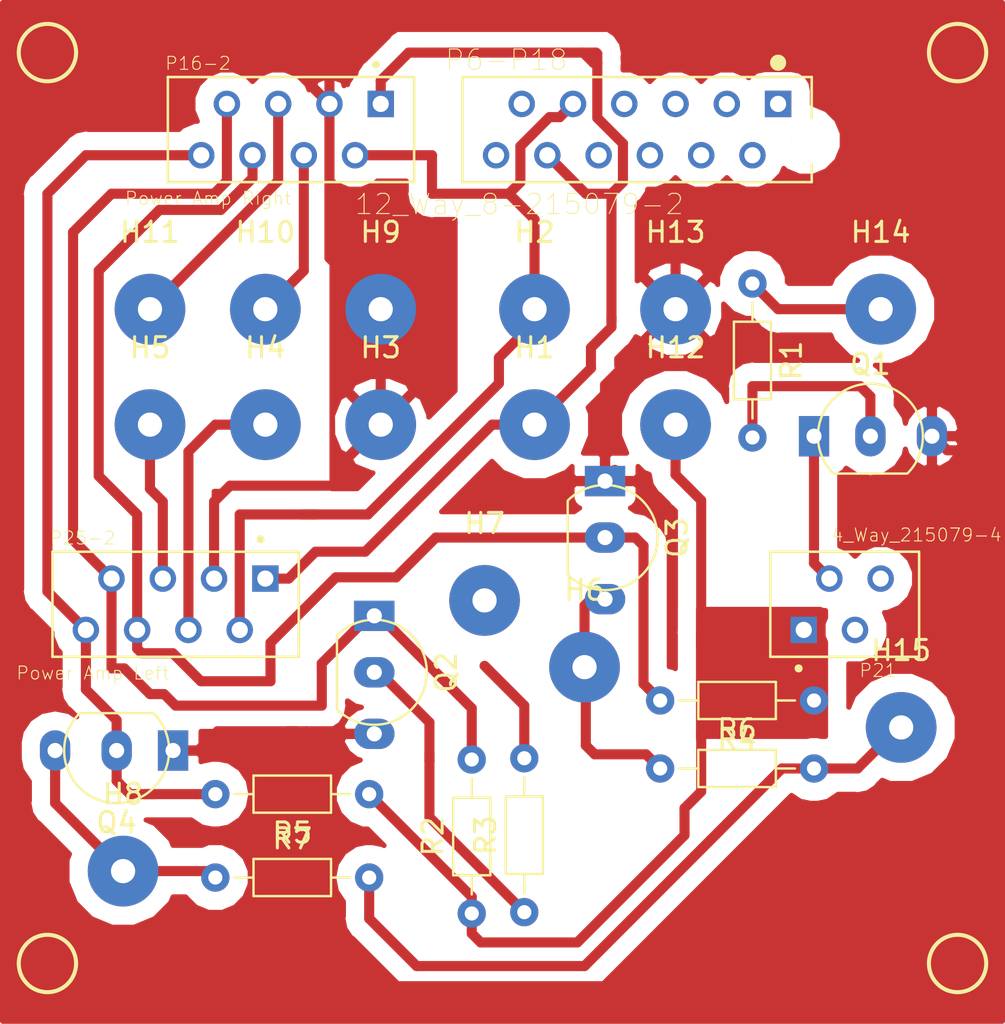
<source format=kicad_pcb>
(kicad_pcb (version 20171130) (host pcbnew "(5.0.2)-1")

  (general
    (thickness 1.6)
    (drawings 4)
    (tracks 202)
    (zones 0)
    (modules 30)
    (nets 32)
  )

  (page A4)
  (layers
    (0 F.Cu signal)
    (31 B.Cu signal)
    (32 B.Adhes user)
    (33 F.Adhes user)
    (34 B.Paste user)
    (35 F.Paste user)
    (36 B.SilkS user)
    (37 F.SilkS user)
    (38 B.Mask user)
    (39 F.Mask user)
    (40 Dwgs.User user)
    (41 Cmts.User user)
    (42 Eco1.User user)
    (43 Eco2.User user)
    (44 Edge.Cuts user)
    (45 Margin user)
    (46 B.CrtYd user)
    (47 F.CrtYd user)
    (48 B.Fab user)
    (49 F.Fab user)
  )

  (setup
    (last_trace_width 0.5)
    (trace_clearance 0.3)
    (zone_clearance 0.9)
    (zone_45_only yes)
    (trace_min 0.2)
    (segment_width 0.2)
    (edge_width 0.15)
    (via_size 0.8)
    (via_drill 0.4)
    (via_min_size 0.4)
    (via_min_drill 0.3)
    (uvia_size 0.3)
    (uvia_drill 0.1)
    (uvias_allowed no)
    (uvia_min_size 0.2)
    (uvia_min_drill 0.1)
    (pcb_text_width 0.3)
    (pcb_text_size 1.5 1.5)
    (mod_edge_width 0.15)
    (mod_text_size 1 1)
    (mod_text_width 0.15)
    (pad_size 1.524 1.524)
    (pad_drill 0.762)
    (pad_to_mask_clearance 0.051)
    (solder_mask_min_width 0.25)
    (aux_axis_origin 0 0)
    (visible_elements 7FFFFFFF)
    (pcbplotparams
      (layerselection 0x01000_7fffffff)
      (usegerberextensions false)
      (usegerberattributes false)
      (usegerberadvancedattributes false)
      (creategerberjobfile false)
      (excludeedgelayer true)
      (linewidth 0.100000)
      (plotframeref false)
      (viasonmask false)
      (mode 1)
      (useauxorigin false)
      (hpglpennumber 1)
      (hpglpenspeed 20)
      (hpglpendiameter 15.000000)
      (psnegative false)
      (psa4output false)
      (plotreference true)
      (plotvalue true)
      (plotinvisibletext false)
      (padsonsilk false)
      (subtractmaskfromsilk false)
      (outputformat 4)
      (mirror false)
      (drillshape 0)
      (scaleselection 1)
      (outputdirectory "./"))
  )

  (net 0 "")
  (net 1 /+9V)
  (net 2 "Net-(P6-P18-Pad1)")
  (net 3 "Net-(P6-P18-Pad2)")
  (net 4 "Net-(P6-P18-Pad3)")
  (net 5 "Net-(P6-P18-Pad4)")
  (net 6 "Net-(P6-P18-Pad5)")
  (net 7 "Net-(P6-P18-Pad6)")
  (net 8 "Net-(P6-P18-Pad7)")
  (net 9 "Net-(P6-P18-Pad8)")
  (net 10 /-9V)
  (net 11 "Net-(P6-P18-Pad11)")
  (net 12 "Net-(P6-P18-Pad12)")
  (net 13 /BASL)
  (net 14 /TREBL)
  (net 15 /PMUTE)
  (net 16 /TREBR)
  (net 17 /BASR)
  (net 18 "Net-(H12-Pad1)")
  (net 19 "Net-(H14-Pad1)")
  (net 20 "Net-(Q1-Pad2)")
  (net 21 /~PLIM)
  (net 22 GND)
  (net 23 "Net-(H6-Pad1)")
  (net 24 "Net-(H8-Pad1)")
  (net 25 /~PFAIL)
  (net 26 "Net-(Q2-Pad2)")
  (net 27 "Net-(H15-Pad1)")
  (net 28 "Net-(H7-Pad1)")
  (net 29 "Net-(P21-Pad2)")
  (net 30 "Net-(P21-Pad3)")
  (net 31 "Net-(P21-Pad4)")

  (net_class Default "This is the default net class."
    (clearance 0.3)
    (trace_width 0.5)
    (via_dia 0.8)
    (via_drill 0.4)
    (uvia_dia 0.3)
    (uvia_drill 0.1)
    (add_net /+9V)
    (add_net /-9V)
    (add_net /BASL)
    (add_net /BASR)
    (add_net /PMUTE)
    (add_net /TREBL)
    (add_net /TREBR)
    (add_net /~PFAIL)
    (add_net /~PLIM)
    (add_net GND)
    (add_net "Net-(H12-Pad1)")
    (add_net "Net-(H14-Pad1)")
    (add_net "Net-(H15-Pad1)")
    (add_net "Net-(H6-Pad1)")
    (add_net "Net-(H7-Pad1)")
    (add_net "Net-(H8-Pad1)")
    (add_net "Net-(P21-Pad2)")
    (add_net "Net-(P21-Pad3)")
    (add_net "Net-(P21-Pad4)")
    (add_net "Net-(P6-P18-Pad1)")
    (add_net "Net-(P6-P18-Pad11)")
    (add_net "Net-(P6-P18-Pad12)")
    (add_net "Net-(P6-P18-Pad2)")
    (add_net "Net-(P6-P18-Pad3)")
    (add_net "Net-(P6-P18-Pad4)")
    (add_net "Net-(P6-P18-Pad5)")
    (add_net "Net-(P6-P18-Pad6)")
    (add_net "Net-(P6-P18-Pad7)")
    (add_net "Net-(P6-P18-Pad8)")
    (add_net "Net-(Q1-Pad2)")
    (add_net "Net-(Q2-Pad2)")
  )

  (module JamesParts:BC549_WideTerms (layer F.Cu) (tedit 5C86B2FF) (tstamp 5C9E0FC5)
    (at 136.398 117.094 180)
    (descr "TO-92 leads in-line, narrow, oval pads, drill 0.75mm (see NXP sot054_po.pdf)")
    (tags "to-92 sc-43 sc-43a sot54 PA33 transistor")
    (path /5C9B7F48)
    (fp_text reference Q4 (at 2.794 -3.56 180) (layer F.SilkS)
      (effects (font (size 1 1) (thickness 0.15)))
    )
    (fp_text value BC557 (at 3.048 2.794 180) (layer F.Fab)
      (effects (font (size 1 1) (thickness 0.15)))
    )
    (fp_arc (start 2.794 0) (end 2.794 -2.6) (angle 135) (layer F.SilkS) (width 0.12))
    (fp_arc (start 2.794 0) (end 2.794 -2.48) (angle -135) (layer F.Fab) (width 0.1))
    (fp_arc (start 2.794 0) (end 2.794 -2.6) (angle -135) (layer F.SilkS) (width 0.12))
    (fp_arc (start 2.794 0) (end 2.794 -2.48) (angle 135) (layer F.Fab) (width 0.1))
    (fp_line (start 6.858 2.032) (end -1.016 2.032) (layer F.CrtYd) (width 0.05))
    (fp_line (start 6.858 2.032) (end 6.858 -2.794) (layer F.CrtYd) (width 0.05))
    (fp_line (start -1.016 -2.794) (end -1.016 2.032) (layer F.CrtYd) (width 0.05))
    (fp_line (start -1.016 -2.794) (end 6.858 -2.794) (layer F.CrtYd) (width 0.05))
    (fp_line (start 1.024 1.75) (end 4.524 1.75) (layer F.Fab) (width 0.1))
    (fp_line (start 0.994 1.85) (end 4.594 1.85) (layer F.SilkS) (width 0.12))
    (fp_text user %R (at 2.794 -3.56 180) (layer F.Fab)
      (effects (font (size 1 1) (thickness 0.15)))
    )
    (pad 1 thru_hole rect (at 0 0 180) (size 1.5 2) (drill 0.75) (layers *.Cu *.Mask)
      (net 22 GND))
    (pad 3 thru_hole oval (at 5.842 0 180) (size 1.5 2) (drill 0.75) (layers *.Cu *.Mask)
      (net 24 "Net-(H8-Pad1)"))
    (pad 2 thru_hole oval (at 2.794 0 180) (size 1.5 2) (drill 0.75) (layers *.Cu *.Mask)
      (net 25 /~PFAIL))
    (model ${KISYS3DMOD}/Package_TO_SOT_THT.3dshapes/TO-92_Inline.wrl
      (at (xyz 0 0 0))
      (scale (xyz 1 1 1))
      (rotate (xyz 0 0 0))
    )
  )

  (module JamesParts:BC549_WideTerms (layer F.Cu) (tedit 5C86B2FF) (tstamp 5C9E0FE7)
    (at 146.3675 110.4265 270)
    (descr "TO-92 leads in-line, narrow, oval pads, drill 0.75mm (see NXP sot054_po.pdf)")
    (tags "to-92 sc-43 sc-43a sot54 PA33 transistor")
    (path /5C9F2222)
    (fp_text reference Q2 (at 2.794 -3.56 270) (layer F.SilkS)
      (effects (font (size 1 1) (thickness 0.15)))
    )
    (fp_text value BC549 (at 3.048 2.794 270) (layer F.Fab)
      (effects (font (size 1 1) (thickness 0.15)))
    )
    (fp_arc (start 2.794 0) (end 2.794 -2.6) (angle 135) (layer F.SilkS) (width 0.12))
    (fp_arc (start 2.794 0) (end 2.794 -2.48) (angle -135) (layer F.Fab) (width 0.1))
    (fp_arc (start 2.794 0) (end 2.794 -2.6) (angle -135) (layer F.SilkS) (width 0.12))
    (fp_arc (start 2.794 0) (end 2.794 -2.48) (angle 135) (layer F.Fab) (width 0.1))
    (fp_line (start 6.858 2.032) (end -1.016 2.032) (layer F.CrtYd) (width 0.05))
    (fp_line (start 6.858 2.032) (end 6.858 -2.794) (layer F.CrtYd) (width 0.05))
    (fp_line (start -1.016 -2.794) (end -1.016 2.032) (layer F.CrtYd) (width 0.05))
    (fp_line (start -1.016 -2.794) (end 6.858 -2.794) (layer F.CrtYd) (width 0.05))
    (fp_line (start 1.024 1.75) (end 4.524 1.75) (layer F.Fab) (width 0.1))
    (fp_line (start 0.994 1.85) (end 4.594 1.85) (layer F.SilkS) (width 0.12))
    (fp_text user %R (at 2.794 -3.56 270) (layer F.Fab)
      (effects (font (size 1 1) (thickness 0.15)))
    )
    (pad 1 thru_hole rect (at 0 0 270) (size 1.5 2) (drill 0.75) (layers *.Cu *.Mask)
      (net 15 /PMUTE))
    (pad 3 thru_hole oval (at 5.842 0 270) (size 1.5 2) (drill 0.75) (layers *.Cu *.Mask)
      (net 22 GND))
    (pad 2 thru_hole oval (at 2.794 0 270) (size 1.5 2) (drill 0.75) (layers *.Cu *.Mask)
      (net 26 "Net-(Q2-Pad2)"))
    (model ${KISYS3DMOD}/Package_TO_SOT_THT.3dshapes/TO-92_Inline.wrl
      (at (xyz 0 0 0))
      (scale (xyz 1 1 1))
      (rotate (xyz 0 0 0))
    )
  )

  (module JamesParts:BC549_WideTerms (layer F.Cu) (tedit 5C86B2FF) (tstamp 5C9E0FD6)
    (at 168.148 101.5365)
    (descr "TO-92 leads in-line, narrow, oval pads, drill 0.75mm (see NXP sot054_po.pdf)")
    (tags "to-92 sc-43 sc-43a sot54 PA33 transistor")
    (path /5C9701AB)
    (fp_text reference Q1 (at 2.794 -3.56) (layer F.SilkS)
      (effects (font (size 1 1) (thickness 0.15)))
    )
    (fp_text value BC549 (at 3.048 2.794) (layer F.Fab)
      (effects (font (size 1 1) (thickness 0.15)))
    )
    (fp_arc (start 2.794 0) (end 2.794 -2.6) (angle 135) (layer F.SilkS) (width 0.12))
    (fp_arc (start 2.794 0) (end 2.794 -2.48) (angle -135) (layer F.Fab) (width 0.1))
    (fp_arc (start 2.794 0) (end 2.794 -2.6) (angle -135) (layer F.SilkS) (width 0.12))
    (fp_arc (start 2.794 0) (end 2.794 -2.48) (angle 135) (layer F.Fab) (width 0.1))
    (fp_line (start 6.858 2.032) (end -1.016 2.032) (layer F.CrtYd) (width 0.05))
    (fp_line (start 6.858 2.032) (end 6.858 -2.794) (layer F.CrtYd) (width 0.05))
    (fp_line (start -1.016 -2.794) (end -1.016 2.032) (layer F.CrtYd) (width 0.05))
    (fp_line (start -1.016 -2.794) (end 6.858 -2.794) (layer F.CrtYd) (width 0.05))
    (fp_line (start 1.024 1.75) (end 4.524 1.75) (layer F.Fab) (width 0.1))
    (fp_line (start 0.994 1.85) (end 4.594 1.85) (layer F.SilkS) (width 0.12))
    (fp_text user %R (at 2.794 -3.56) (layer F.Fab)
      (effects (font (size 1 1) (thickness 0.15)))
    )
    (pad 1 thru_hole rect (at 0 0) (size 1.5 2) (drill 0.75) (layers *.Cu *.Mask)
      (net 29 "Net-(P21-Pad2)"))
    (pad 3 thru_hole oval (at 5.842 0) (size 1.5 2) (drill 0.75) (layers *.Cu *.Mask)
      (net 22 GND))
    (pad 2 thru_hole oval (at 2.794 0) (size 1.5 2) (drill 0.75) (layers *.Cu *.Mask)
      (net 20 "Net-(Q1-Pad2)"))
    (model ${KISYS3DMOD}/Package_TO_SOT_THT.3dshapes/TO-92_Inline.wrl
      (at (xyz 0 0 0))
      (scale (xyz 1 1 1))
      (rotate (xyz 0 0 0))
    )
  )

  (module JamesParts:BC549_WideTerms (layer F.Cu) (tedit 5C86B2FF) (tstamp 5C9E0FB4)
    (at 157.7975 103.759 270)
    (descr "TO-92 leads in-line, narrow, oval pads, drill 0.75mm (see NXP sot054_po.pdf)")
    (tags "to-92 sc-43 sc-43a sot54 PA33 transistor")
    (path /5C9A882E)
    (fp_text reference Q3 (at 2.794 -3.56 270) (layer F.SilkS)
      (effects (font (size 1 1) (thickness 0.15)))
    )
    (fp_text value BC557 (at 3.048 2.794 270) (layer F.Fab)
      (effects (font (size 1 1) (thickness 0.15)))
    )
    (fp_arc (start 2.794 0) (end 2.794 -2.6) (angle 135) (layer F.SilkS) (width 0.12))
    (fp_arc (start 2.794 0) (end 2.794 -2.48) (angle -135) (layer F.Fab) (width 0.1))
    (fp_arc (start 2.794 0) (end 2.794 -2.6) (angle -135) (layer F.SilkS) (width 0.12))
    (fp_arc (start 2.794 0) (end 2.794 -2.48) (angle 135) (layer F.Fab) (width 0.1))
    (fp_line (start 6.858 2.032) (end -1.016 2.032) (layer F.CrtYd) (width 0.05))
    (fp_line (start 6.858 2.032) (end 6.858 -2.794) (layer F.CrtYd) (width 0.05))
    (fp_line (start -1.016 -2.794) (end -1.016 2.032) (layer F.CrtYd) (width 0.05))
    (fp_line (start -1.016 -2.794) (end 6.858 -2.794) (layer F.CrtYd) (width 0.05))
    (fp_line (start 1.024 1.75) (end 4.524 1.75) (layer F.Fab) (width 0.1))
    (fp_line (start 0.994 1.85) (end 4.594 1.85) (layer F.SilkS) (width 0.12))
    (fp_text user %R (at 2.794 -3.56 270) (layer F.Fab)
      (effects (font (size 1 1) (thickness 0.15)))
    )
    (pad 1 thru_hole rect (at 0 0 270) (size 1.5 2) (drill 0.75) (layers *.Cu *.Mask)
      (net 22 GND))
    (pad 3 thru_hole oval (at 5.842 0 270) (size 1.5 2) (drill 0.75) (layers *.Cu *.Mask)
      (net 23 "Net-(H6-Pad1)"))
    (pad 2 thru_hole oval (at 2.794 0 270) (size 1.5 2) (drill 0.75) (layers *.Cu *.Mask)
      (net 21 /~PLIM))
    (model ${KISYS3DMOD}/Package_TO_SOT_THT.3dshapes/TO-92_Inline.wrl
      (at (xyz 0 0 0))
      (scale (xyz 1 1 1))
      (rotate (xyz 0 0 0))
    )
  )

  (module TE_8-215079-2 (layer F.Cu) (tedit 5C965404) (tstamp 5C9E1125)
    (at 166.37 85.09)
    (path /5C69B0E0)
    (fp_text reference P6-P18 (at -13.4631 -2.17712) (layer F.SilkS)
      (effects (font (size 1.00098 1.00098) (thickness 0.05)))
    )
    (fp_text value 12_Way_8-215079-2 (at -12.817 4.96579) (layer F.SilkS)
      (effects (font (size 1.00016 1.00016) (thickness 0.05)))
    )
    (fp_line (start -15.635 3.87) (end 1.665 3.87) (layer Eco2.User) (width 0.127))
    (fp_line (start 1.665 3.87) (end 1.665 -1.33) (layer Eco2.User) (width 0.127))
    (fp_line (start 1.665 -1.33) (end -15.635 -1.33) (layer Eco2.User) (width 0.127))
    (fp_line (start -15.635 -1.33) (end -15.635 3.87) (layer Eco2.User) (width 0.127))
    (fp_line (start -15.635 3.87) (end 1.665 3.87) (layer F.SilkS) (width 0.127))
    (fp_line (start 1.665 -1.33) (end -15.635 -1.33) (layer F.SilkS) (width 0.127))
    (fp_line (start -15.635 -1.33) (end -15.635 3.87) (layer F.SilkS) (width 0.127))
    (fp_line (start 1.665 -1.33) (end 1.665 0.7) (layer F.SilkS) (width 0.127))
    (fp_line (start 1.665 3.87) (end 1.665 3) (layer F.SilkS) (width 0.127))
    (fp_line (start -15.885 -1.58) (end 2.635 -1.58) (layer Eco1.User) (width 0.05))
    (fp_line (start 2.635 -1.58) (end 2.635 4.12) (layer Eco1.User) (width 0.05))
    (fp_line (start 2.635 4.12) (end -15.885 4.12) (layer Eco1.User) (width 0.05))
    (fp_line (start -15.885 4.12) (end -15.885 -1.58) (layer Eco1.User) (width 0.05))
    (fp_circle (center 0 0) (end 0.2 0) (layer Eco2.User) (width 0.4))
    (fp_circle (center 0 -2.04) (end 0.2 -2.04) (layer F.SilkS) (width 0.4))
    (pad 1 thru_hole rect (at 0 0) (size 1.308 1.308) (drill 0.8) (layers *.Cu *.Mask)
      (net 2 "Net-(P6-P18-Pad1)"))
    (pad 3 thru_hole circle (at -2.54 0) (size 1.308 1.308) (drill 0.8) (layers *.Cu *.Mask)
      (net 4 "Net-(P6-P18-Pad3)"))
    (pad 5 thru_hole circle (at -5.08 0) (size 1.308 1.308) (drill 0.8) (layers *.Cu *.Mask)
      (net 6 "Net-(P6-P18-Pad5)"))
    (pad 7 thru_hole circle (at -7.62 0) (size 1.308 1.308) (drill 0.8) (layers *.Cu *.Mask)
      (net 8 "Net-(P6-P18-Pad7)"))
    (pad 9 thru_hole circle (at -10.16 0) (size 1.308 1.308) (drill 0.8) (layers *.Cu *.Mask)
      (net 10 /-9V))
    (pad 11 thru_hole circle (at -12.7 0) (size 1.308 1.308) (drill 0.8) (layers *.Cu *.Mask)
      (net 11 "Net-(P6-P18-Pad11)"))
    (pad 12 thru_hole circle (at -13.97 2.54) (size 1.308 1.308) (drill 0.8) (layers *.Cu *.Mask)
      (net 12 "Net-(P6-P18-Pad12)"))
    (pad 10 thru_hole circle (at -11.43 2.54) (size 1.308 1.308) (drill 0.8) (layers *.Cu *.Mask)
      (net 1 /+9V))
    (pad 8 thru_hole circle (at -8.89 2.54) (size 1.308 1.308) (drill 0.8) (layers *.Cu *.Mask)
      (net 9 "Net-(P6-P18-Pad8)"))
    (pad 6 thru_hole circle (at -6.35 2.54) (size 1.308 1.308) (drill 0.8) (layers *.Cu *.Mask)
      (net 7 "Net-(P6-P18-Pad6)"))
    (pad Hole np_thru_hole circle (at 1.4 1.8) (size 1.5 1.5) (drill 1.5) (layers *.Cu *.Mask F.SilkS))
    (pad 4 thru_hole circle (at -3.81 2.54) (size 1.308 1.308) (drill 0.8) (layers *.Cu *.Mask)
      (net 5 "Net-(P6-P18-Pad4)"))
    (pad 2 thru_hole circle (at -1.27 2.54) (size 1.308 1.308) (drill 0.8) (layers *.Cu *.Mask)
      (net 3 "Net-(P6-P18-Pad2)"))
  )

  (module Resistor_THT:R_Axial_DIN0204_L3.6mm_D1.6mm_P7.62mm_Horizontal (layer F.Cu) (tedit 5AE5139B) (tstamp 5C9E0F2F)
    (at 151.1935 125.1585 90)
    (descr "Resistor, Axial_DIN0204 series, Axial, Horizontal, pin pitch=7.62mm, 0.167W, length*diameter=3.6*1.6mm^2, http://cdn-reichelt.de/documents/datenblatt/B400/1_4W%23YAG.pdf")
    (tags "Resistor Axial_DIN0204 series Axial Horizontal pin pitch 7.62mm 0.167W length 3.6mm diameter 1.6mm")
    (path /5C9EBECA)
    (fp_text reference R2 (at 3.81 -1.92 90) (layer F.SilkS)
      (effects (font (size 1 1) (thickness 0.15)))
    )
    (fp_text value 10k (at 3.81 1.92 90) (layer F.Fab)
      (effects (font (size 1 1) (thickness 0.15)))
    )
    (fp_line (start 2.01 -0.8) (end 2.01 0.8) (layer F.Fab) (width 0.1))
    (fp_line (start 2.01 0.8) (end 5.61 0.8) (layer F.Fab) (width 0.1))
    (fp_line (start 5.61 0.8) (end 5.61 -0.8) (layer F.Fab) (width 0.1))
    (fp_line (start 5.61 -0.8) (end 2.01 -0.8) (layer F.Fab) (width 0.1))
    (fp_line (start 0 0) (end 2.01 0) (layer F.Fab) (width 0.1))
    (fp_line (start 7.62 0) (end 5.61 0) (layer F.Fab) (width 0.1))
    (fp_line (start 1.89 -0.92) (end 1.89 0.92) (layer F.SilkS) (width 0.12))
    (fp_line (start 1.89 0.92) (end 5.73 0.92) (layer F.SilkS) (width 0.12))
    (fp_line (start 5.73 0.92) (end 5.73 -0.92) (layer F.SilkS) (width 0.12))
    (fp_line (start 5.73 -0.92) (end 1.89 -0.92) (layer F.SilkS) (width 0.12))
    (fp_line (start 0.94 0) (end 1.89 0) (layer F.SilkS) (width 0.12))
    (fp_line (start 6.68 0) (end 5.73 0) (layer F.SilkS) (width 0.12))
    (fp_line (start -0.95 -1.05) (end -0.95 1.05) (layer F.CrtYd) (width 0.05))
    (fp_line (start -0.95 1.05) (end 8.57 1.05) (layer F.CrtYd) (width 0.05))
    (fp_line (start 8.57 1.05) (end 8.57 -1.05) (layer F.CrtYd) (width 0.05))
    (fp_line (start 8.57 -1.05) (end -0.95 -1.05) (layer F.CrtYd) (width 0.05))
    (fp_text user %R (at 3.81 0 90) (layer F.Fab)
      (effects (font (size 0.72 0.72) (thickness 0.108)))
    )
    (pad 1 thru_hole circle (at 0 0 90) (size 1.4 1.4) (drill 0.7) (layers *.Cu *.Mask)
      (net 18 "Net-(H12-Pad1)"))
    (pad 2 thru_hole oval (at 7.62 0 90) (size 1.4 1.4) (drill 0.7) (layers *.Cu *.Mask)
      (net 15 /PMUTE))
    (model ${KISYS3DMOD}/Resistor_THT.3dshapes/R_Axial_DIN0204_L3.6mm_D1.6mm_P7.62mm_Horizontal.wrl
      (at (xyz 0 0 0))
      (scale (xyz 1 1 1))
      (rotate (xyz 0 0 0))
    )
  )

  (module TE_215079-8 (layer F.Cu) (tedit 5C76E88F) (tstamp 5C76576E)
    (at 136.525 109.855)
    (path /5C69AEBA)
    (fp_text reference P25-2 (at -4.6062 -3.27768) (layer F.SilkS)
      (effects (font (size 0.64025 0.64025) (thickness 0.05)))
    )
    (fp_text value "Power Amp Left" (at -4.09928 3.40467) (layer F.SilkS)
      (effects (font (size 0.640201 0.640201) (thickness 0.05)))
    )
    (fp_circle (center 4.21 -3.22) (end 4.31 -3.22) (layer F.SilkS) (width 0.2))
    (fp_line (start -6.1 -2.6) (end -6.1 2.6) (layer F.SilkS) (width 0.127))
    (fp_line (start -6.1 2.6) (end 6.1 2.6) (layer F.SilkS) (width 0.127))
    (fp_line (start 6.1 2.6) (end 6.1 -2.6) (layer F.SilkS) (width 0.127))
    (fp_line (start 6.1 -2.6) (end -6.1 -2.6) (layer F.SilkS) (width 0.127))
    (fp_line (start -6.35 -2.85) (end 6.35 -2.85) (layer Eco1.User) (width 0.05))
    (fp_line (start 6.35 -2.85) (end 6.35 2.85) (layer Eco1.User) (width 0.05))
    (fp_line (start 6.35 2.85) (end -6.35 2.85) (layer Eco1.User) (width 0.05))
    (fp_line (start -6.35 2.85) (end -6.35 -2.85) (layer Eco1.User) (width 0.05))
    (fp_line (start -6.1 2.6) (end 6.1 2.6) (layer Eco2.User) (width 0.127))
    (fp_line (start 6.1 -2.6) (end -6.1 -2.6) (layer Eco2.User) (width 0.127))
    (fp_line (start -6.1 -2.6) (end -6.1 2.6) (layer Eco2.User) (width 0.127))
    (fp_line (start 6.1 2.6) (end 6.1 -2.6) (layer Eco2.User) (width 0.127))
    (pad 1 thru_hole rect (at 4.445 -1.27) (size 1.308 1.308) (drill 0.8) (layers *.Cu *.Mask)
      (net 1 /+9V))
    (pad 2 thru_hole circle (at 3.175 1.27) (size 1.308 1.308) (drill 0.8) (layers *.Cu *.Mask)
      (net 10 /-9V))
    (pad 3 thru_hole circle (at 1.905 -1.27) (size 1.308 1.308) (drill 0.8) (layers *.Cu *.Mask)
      (net 22 GND))
    (pad 4 thru_hole circle (at 0.635 1.27) (size 1.308 1.308) (drill 0.8) (layers *.Cu *.Mask)
      (net 13 /BASL))
    (pad 5 thru_hole circle (at -0.635 -1.27) (size 1.308 1.308) (drill 0.8) (layers *.Cu *.Mask)
      (net 14 /TREBL))
    (pad 6 thru_hole circle (at -1.905 1.27) (size 1.308 1.308) (drill 0.8) (layers *.Cu *.Mask)
      (net 21 /~PLIM))
    (pad 7 thru_hole circle (at -3.175 -1.27) (size 1.308 1.308) (drill 0.8) (layers *.Cu *.Mask)
      (net 15 /PMUTE))
    (pad 8 thru_hole circle (at -4.445 1.27) (size 1.308 1.308) (drill 0.8) (layers *.Cu *.Mask)
      (net 25 /~PFAIL))
  )

  (module Connector_TE_215079_Series:TE_215079-4 (layer F.Cu) (tedit 5C8EABDB) (tstamp 5C8F5BA2)
    (at 172.085 109.855 180)
    (path /5C8F39AC)
    (fp_text reference P21 (at 0.762 -3.27768 180) (layer F.SilkS)
      (effects (font (size 0.64025 0.64025) (thickness 0.05)))
    )
    (fp_text value 4_Way_215079-4 (at -1.143 3.429 180) (layer F.SilkS)
      (effects (font (size 0.640201 0.640201) (thickness 0.05)))
    )
    (fp_circle (center 4.699 -3.175) (end 4.799 -3.175) (layer F.SilkS) (width 0.2))
    (fp_line (start -1.27 -2.5838) (end -1.27 2.54) (layer F.SilkS) (width 0.127))
    (fp_line (start -1.27 2.6) (end 6.1 2.6) (layer F.SilkS) (width 0.127))
    (fp_line (start 6.1 2.6) (end 6.1 -2.6) (layer F.SilkS) (width 0.127))
    (fp_line (start 6.1 -2.6) (end -1.27 -2.6) (layer F.SilkS) (width 0.127))
    (fp_line (start -1.524 -2.85) (end 6.35 -2.85) (layer Eco1.User) (width 0.05))
    (fp_line (start 6.35 -2.85) (end 6.35 2.85) (layer Eco1.User) (width 0.05))
    (fp_line (start 6.35 2.85) (end -1.524 2.85) (layer Eco1.User) (width 0.05))
    (fp_line (start -1.524 2.85) (end -1.524 -2.85) (layer Eco1.User) (width 0.05))
    (fp_line (start -1.27 2.6) (end 6.1 2.6) (layer Eco2.User) (width 0.127))
    (fp_line (start 6.1 -2.6) (end -1.27 -2.6) (layer Eco2.User) (width 0.127))
    (fp_line (start -1.27 -2.54) (end -1.27 2.54) (layer Eco2.User) (width 0.127))
    (fp_line (start 6.1 2.6) (end 6.1 -2.6) (layer Eco2.User) (width 0.127))
    (pad 1 thru_hole rect (at 4.445 -1.27 180) (size 1.308 1.308) (drill 0.8) (layers *.Cu *.Mask)
      (net 18 "Net-(H12-Pad1)"))
    (pad 2 thru_hole circle (at 3.175 1.27 180) (size 1.308 1.308) (drill 0.8) (layers *.Cu *.Mask)
      (net 29 "Net-(P21-Pad2)"))
    (pad 3 thru_hole circle (at 1.905 -1.27 180) (size 1.308 1.308) (drill 0.8) (layers *.Cu *.Mask)
      (net 30 "Net-(P21-Pad3)"))
    (pad 4 thru_hole circle (at 0.635 1.27 180) (size 1.308 1.308) (drill 0.8) (layers *.Cu *.Mask)
      (net 31 "Net-(P21-Pad4)"))
  )

  (module Resistor_THT:R_Axial_DIN0204_L3.6mm_D1.6mm_P7.62mm_Horizontal (layer F.Cu) (tedit 5AE5139B) (tstamp 5C8F59E0)
    (at 165.1 93.98 270)
    (descr "Resistor, Axial_DIN0204 series, Axial, Horizontal, pin pitch=7.62mm, 0.167W, length*diameter=3.6*1.6mm^2, http://cdn-reichelt.de/documents/datenblatt/B400/1_4W%23YAG.pdf")
    (tags "Resistor Axial_DIN0204 series Axial Horizontal pin pitch 7.62mm 0.167W length 3.6mm diameter 1.6mm")
    (path /5C6D4368)
    (fp_text reference R1 (at 3.81 -1.92 270) (layer F.SilkS)
      (effects (font (size 1 1) (thickness 0.15)))
    )
    (fp_text value 1k (at 3.81 1.92 270) (layer F.Fab)
      (effects (font (size 1 1) (thickness 0.15)))
    )
    (fp_text user %R (at 3.81 0 270) (layer F.Fab)
      (effects (font (size 0.72 0.72) (thickness 0.108)))
    )
    (fp_line (start 8.57 -1.05) (end -0.95 -1.05) (layer F.CrtYd) (width 0.05))
    (fp_line (start 8.57 1.05) (end 8.57 -1.05) (layer F.CrtYd) (width 0.05))
    (fp_line (start -0.95 1.05) (end 8.57 1.05) (layer F.CrtYd) (width 0.05))
    (fp_line (start -0.95 -1.05) (end -0.95 1.05) (layer F.CrtYd) (width 0.05))
    (fp_line (start 6.68 0) (end 5.73 0) (layer F.SilkS) (width 0.12))
    (fp_line (start 0.94 0) (end 1.89 0) (layer F.SilkS) (width 0.12))
    (fp_line (start 5.73 -0.92) (end 1.89 -0.92) (layer F.SilkS) (width 0.12))
    (fp_line (start 5.73 0.92) (end 5.73 -0.92) (layer F.SilkS) (width 0.12))
    (fp_line (start 1.89 0.92) (end 5.73 0.92) (layer F.SilkS) (width 0.12))
    (fp_line (start 1.89 -0.92) (end 1.89 0.92) (layer F.SilkS) (width 0.12))
    (fp_line (start 7.62 0) (end 5.61 0) (layer F.Fab) (width 0.1))
    (fp_line (start 0 0) (end 2.01 0) (layer F.Fab) (width 0.1))
    (fp_line (start 5.61 -0.8) (end 2.01 -0.8) (layer F.Fab) (width 0.1))
    (fp_line (start 5.61 0.8) (end 5.61 -0.8) (layer F.Fab) (width 0.1))
    (fp_line (start 2.01 0.8) (end 5.61 0.8) (layer F.Fab) (width 0.1))
    (fp_line (start 2.01 -0.8) (end 2.01 0.8) (layer F.Fab) (width 0.1))
    (pad 2 thru_hole oval (at 7.62 0 270) (size 1.4 1.4) (drill 0.7) (layers *.Cu *.Mask)
      (net 20 "Net-(Q1-Pad2)"))
    (pad 1 thru_hole circle (at 0 0 270) (size 1.4 1.4) (drill 0.7) (layers *.Cu *.Mask)
      (net 19 "Net-(H14-Pad1)"))
    (model ${KISYS3DMOD}/Resistor_THT.3dshapes/R_Axial_DIN0204_L3.6mm_D1.6mm_P7.62mm_Horizontal.wrl
      (at (xyz 0 0 0))
      (scale (xyz 1 1 1))
      (rotate (xyz 0 0 0))
    )
  )

  (module Resistor_THT:R_Axial_DIN0204_L3.6mm_D1.6mm_P7.62mm_Horizontal (layer F.Cu) (tedit 5AE5139B) (tstamp 5C8F5987)
    (at 146.1135 119.253 180)
    (descr "Resistor, Axial_DIN0204 series, Axial, Horizontal, pin pitch=7.62mm, 0.167W, length*diameter=3.6*1.6mm^2, http://cdn-reichelt.de/documents/datenblatt/B400/1_4W%23YAG.pdf")
    (tags "Resistor Axial_DIN0204 series Axial Horizontal pin pitch 7.62mm 0.167W length 3.6mm diameter 1.6mm")
    (path /5C835921)
    (fp_text reference R5 (at 3.81 -1.92 180) (layer F.SilkS)
      (effects (font (size 1 1) (thickness 0.15)))
    )
    (fp_text value 10k (at 3.81 1.92 180) (layer F.Fab)
      (effects (font (size 1 1) (thickness 0.15)))
    )
    (fp_line (start 2.01 -0.8) (end 2.01 0.8) (layer F.Fab) (width 0.1))
    (fp_line (start 2.01 0.8) (end 5.61 0.8) (layer F.Fab) (width 0.1))
    (fp_line (start 5.61 0.8) (end 5.61 -0.8) (layer F.Fab) (width 0.1))
    (fp_line (start 5.61 -0.8) (end 2.01 -0.8) (layer F.Fab) (width 0.1))
    (fp_line (start 0 0) (end 2.01 0) (layer F.Fab) (width 0.1))
    (fp_line (start 7.62 0) (end 5.61 0) (layer F.Fab) (width 0.1))
    (fp_line (start 1.89 -0.92) (end 1.89 0.92) (layer F.SilkS) (width 0.12))
    (fp_line (start 1.89 0.92) (end 5.73 0.92) (layer F.SilkS) (width 0.12))
    (fp_line (start 5.73 0.92) (end 5.73 -0.92) (layer F.SilkS) (width 0.12))
    (fp_line (start 5.73 -0.92) (end 1.89 -0.92) (layer F.SilkS) (width 0.12))
    (fp_line (start 0.94 0) (end 1.89 0) (layer F.SilkS) (width 0.12))
    (fp_line (start 6.68 0) (end 5.73 0) (layer F.SilkS) (width 0.12))
    (fp_line (start -0.95 -1.05) (end -0.95 1.05) (layer F.CrtYd) (width 0.05))
    (fp_line (start -0.95 1.05) (end 8.57 1.05) (layer F.CrtYd) (width 0.05))
    (fp_line (start 8.57 1.05) (end 8.57 -1.05) (layer F.CrtYd) (width 0.05))
    (fp_line (start 8.57 -1.05) (end -0.95 -1.05) (layer F.CrtYd) (width 0.05))
    (fp_text user %R (at 3.81 0 180) (layer F.Fab)
      (effects (font (size 0.72 0.72) (thickness 0.108)))
    )
    (pad 1 thru_hole circle (at 0 0 180) (size 1.4 1.4) (drill 0.7) (layers *.Cu *.Mask)
      (net 18 "Net-(H12-Pad1)"))
    (pad 2 thru_hole oval (at 7.62 0 180) (size 1.4 1.4) (drill 0.7) (layers *.Cu *.Mask)
      (net 25 /~PFAIL))
    (model ${KISYS3DMOD}/Resistor_THT.3dshapes/R_Axial_DIN0204_L3.6mm_D1.6mm_P7.62mm_Horizontal.wrl
      (at (xyz 0 0 0))
      (scale (xyz 1 1 1))
      (rotate (xyz 0 0 0))
    )
  )

  (module Resistor_THT:R_Axial_DIN0204_L3.6mm_D1.6mm_P7.62mm_Horizontal (layer F.Cu) (tedit 5AE5139B) (tstamp 5C765640)
    (at 138.4935 123.3805)
    (descr "Resistor, Axial_DIN0204 series, Axial, Horizontal, pin pitch=7.62mm, 0.167W, length*diameter=3.6*1.6mm^2, http://cdn-reichelt.de/documents/datenblatt/B400/1_4W%23YAG.pdf")
    (tags "Resistor Axial_DIN0204 series Axial Horizontal pin pitch 7.62mm 0.167W length 3.6mm diameter 1.6mm")
    (path /5C857056)
    (fp_text reference R7 (at 3.81 -1.92) (layer F.SilkS)
      (effects (font (size 1 1) (thickness 0.15)))
    )
    (fp_text value 10k (at 3.81 1.92) (layer F.Fab)
      (effects (font (size 1 1) (thickness 0.15)))
    )
    (fp_text user %R (at -3.175 0) (layer F.Fab)
      (effects (font (size 0.72 0.72) (thickness 0.108)))
    )
    (fp_line (start 8.57 -1.05) (end -0.95 -1.05) (layer F.CrtYd) (width 0.05))
    (fp_line (start 8.57 1.05) (end 8.57 -1.05) (layer F.CrtYd) (width 0.05))
    (fp_line (start -0.95 1.05) (end 8.57 1.05) (layer F.CrtYd) (width 0.05))
    (fp_line (start -0.95 -1.05) (end -0.95 1.05) (layer F.CrtYd) (width 0.05))
    (fp_line (start 6.68 0) (end 5.73 0) (layer F.SilkS) (width 0.12))
    (fp_line (start 0.94 0) (end 1.89 0) (layer F.SilkS) (width 0.12))
    (fp_line (start 5.73 -0.92) (end 1.89 -0.92) (layer F.SilkS) (width 0.12))
    (fp_line (start 5.73 0.92) (end 5.73 -0.92) (layer F.SilkS) (width 0.12))
    (fp_line (start 1.89 0.92) (end 5.73 0.92) (layer F.SilkS) (width 0.12))
    (fp_line (start 1.89 -0.92) (end 1.89 0.92) (layer F.SilkS) (width 0.12))
    (fp_line (start 7.62 0) (end 5.61 0) (layer F.Fab) (width 0.1))
    (fp_line (start 0 0) (end 2.01 0) (layer F.Fab) (width 0.1))
    (fp_line (start 5.61 -0.8) (end 2.01 -0.8) (layer F.Fab) (width 0.1))
    (fp_line (start 5.61 0.8) (end 5.61 -0.8) (layer F.Fab) (width 0.1))
    (fp_line (start 2.01 0.8) (end 5.61 0.8) (layer F.Fab) (width 0.1))
    (fp_line (start 2.01 -0.8) (end 2.01 0.8) (layer F.Fab) (width 0.1))
    (pad 2 thru_hole oval (at 7.62 0) (size 1.4 1.4) (drill 0.7) (layers *.Cu *.Mask)
      (net 27 "Net-(H15-Pad1)"))
    (pad 1 thru_hole circle (at 0 0) (size 1.4 1.4) (drill 0.7) (layers *.Cu *.Mask)
      (net 24 "Net-(H8-Pad1)"))
    (model ${KISYS3DMOD}/Resistor_THT.3dshapes/R_Axial_DIN0204_L3.6mm_D1.6mm_P7.62mm_Horizontal.wrl
      (at (xyz 0 0 0))
      (scale (xyz 1 1 1))
      (rotate (xyz 0 0 0))
    )
  )

  (module Connector_Wire:SolderWirePad_1x01_Drill1.2mm (layer F.Cu) (tedit 5AEE5EA7) (tstamp 5C7656F9)
    (at 151.8285 109.6645)
    (descr "Wire solder connection")
    (tags connector)
    (path /5C69DA01)
    (attr virtual)
    (fp_text reference H7 (at 0 -3.81) (layer F.SilkS)
      (effects (font (size 1 1) (thickness 0.15)))
    )
    (fp_text value ~PMUTE (at 0 3.175) (layer F.Fab)
      (effects (font (size 1 1) (thickness 0.15)))
    )
    (fp_text user %R (at 0 0) (layer F.Fab)
      (effects (font (size 1 1) (thickness 0.15)))
    )
    (fp_line (start -2.25 -2.25) (end 2.25 -2.25) (layer F.CrtYd) (width 0.05))
    (fp_line (start -2.25 -2.25) (end -2.25 2.25) (layer F.CrtYd) (width 0.05))
    (fp_line (start 2.25 2.25) (end 2.25 -2.25) (layer F.CrtYd) (width 0.05))
    (fp_line (start 2.25 2.25) (end -2.25 2.25) (layer F.CrtYd) (width 0.05))
    (pad 1 thru_hole circle (at 0 0) (size 3.50012 3.50012) (drill 1.19888) (layers *.Cu *.Mask)
      (net 28 "Net-(H7-Pad1)"))
  )

  (module Connector_Wire:SolderWirePad_1x01_Drill1.2mm (layer F.Cu) (tedit 5AEE5EA7) (tstamp 5C765721)
    (at 161.29 100.965)
    (descr "Wire solder connection")
    (tags connector)
    (path /5C6A4BC3)
    (attr virtual)
    (fp_text reference H12 (at 0 -3.81) (layer F.SilkS)
      (effects (font (size 1 1) (thickness 0.15)))
    )
    (fp_text value +5V (at 0 3.175) (layer F.Fab)
      (effects (font (size 1 1) (thickness 0.15)))
    )
    (fp_text user %R (at 0 0) (layer F.Fab)
      (effects (font (size 1 1) (thickness 0.15)))
    )
    (fp_line (start -2.25 -2.25) (end 2.25 -2.25) (layer F.CrtYd) (width 0.05))
    (fp_line (start -2.25 -2.25) (end -2.25 2.25) (layer F.CrtYd) (width 0.05))
    (fp_line (start 2.25 2.25) (end 2.25 -2.25) (layer F.CrtYd) (width 0.05))
    (fp_line (start 2.25 2.25) (end -2.25 2.25) (layer F.CrtYd) (width 0.05))
    (pad 1 thru_hole circle (at 0 0) (size 3.50012 3.50012) (drill 1.19888) (layers *.Cu *.Mask)
      (net 18 "Net-(H12-Pad1)"))
  )

  (module Connector_Wire:SolderWirePad_1x01_Drill1.2mm (layer F.Cu) (tedit 5AEE5EA7) (tstamp 5C7656DB)
    (at 140.97 100.965)
    (descr "Wire solder connection")
    (tags connector)
    (path /5C69D0D0)
    (attr virtual)
    (fp_text reference H4 (at 0 -3.81) (layer F.SilkS)
      (effects (font (size 1 1) (thickness 0.15)))
    )
    (fp_text value BASS (at 0 3.175) (layer F.Fab)
      (effects (font (size 1 1) (thickness 0.15)))
    )
    (fp_line (start 2.25 2.25) (end -2.25 2.25) (layer F.CrtYd) (width 0.05))
    (fp_line (start 2.25 2.25) (end 2.25 -2.25) (layer F.CrtYd) (width 0.05))
    (fp_line (start -2.25 -2.25) (end -2.25 2.25) (layer F.CrtYd) (width 0.05))
    (fp_line (start -2.25 -2.25) (end 2.25 -2.25) (layer F.CrtYd) (width 0.05))
    (fp_text user %R (at 0 0) (layer F.Fab)
      (effects (font (size 1 1) (thickness 0.15)))
    )
    (pad 1 thru_hole circle (at 0 0) (size 3.50012 3.50012) (drill 1.19888) (layers *.Cu *.Mask)
      (net 13 /BASL))
  )

  (module Connector_Wire:SolderWirePad_1x01_Drill1.2mm (layer F.Cu) (tedit 5AEE5EA7) (tstamp 5C7656E5)
    (at 135.255 100.965)
    (descr "Wire solder connection")
    (tags connector)
    (path /5C69D203)
    (attr virtual)
    (fp_text reference H5 (at 0 -3.81) (layer F.SilkS)
      (effects (font (size 1 1) (thickness 0.15)))
    )
    (fp_text value TREB (at 0 3.175) (layer F.Fab)
      (effects (font (size 1 1) (thickness 0.15)))
    )
    (fp_text user %R (at 0 0) (layer F.Fab)
      (effects (font (size 1 1) (thickness 0.15)))
    )
    (fp_line (start -2.25 -2.25) (end 2.25 -2.25) (layer F.CrtYd) (width 0.05))
    (fp_line (start -2.25 -2.25) (end -2.25 2.25) (layer F.CrtYd) (width 0.05))
    (fp_line (start 2.25 2.25) (end 2.25 -2.25) (layer F.CrtYd) (width 0.05))
    (fp_line (start 2.25 2.25) (end -2.25 2.25) (layer F.CrtYd) (width 0.05))
    (pad 1 thru_hole circle (at 0 0) (size 3.50012 3.50012) (drill 1.19888) (layers *.Cu *.Mask)
      (net 14 /TREBL))
  )

  (module TE_215079-8 (layer F.Cu) (tedit 0) (tstamp 5C765787)
    (at 142.24 86.36)
    (path /5C69C657)
    (fp_text reference P16-2 (at -4.6062 -3.27768) (layer F.SilkS)
      (effects (font (size 0.64025 0.64025) (thickness 0.05)))
    )
    (fp_text value "Power Amp Right" (at -4.09928 3.40467) (layer F.SilkS)
      (effects (font (size 0.640201 0.640201) (thickness 0.05)))
    )
    (fp_line (start 6.1 2.6) (end 6.1 -2.6) (layer Eco2.User) (width 0.127))
    (fp_line (start -6.1 -2.6) (end -6.1 2.6) (layer Eco2.User) (width 0.127))
    (fp_line (start 6.1 -2.6) (end -6.1 -2.6) (layer Eco2.User) (width 0.127))
    (fp_line (start -6.1 2.6) (end 6.1 2.6) (layer Eco2.User) (width 0.127))
    (fp_line (start -6.35 2.85) (end -6.35 -2.85) (layer Eco1.User) (width 0.05))
    (fp_line (start 6.35 2.85) (end -6.35 2.85) (layer Eco1.User) (width 0.05))
    (fp_line (start 6.35 -2.85) (end 6.35 2.85) (layer Eco1.User) (width 0.05))
    (fp_line (start -6.35 -2.85) (end 6.35 -2.85) (layer Eco1.User) (width 0.05))
    (fp_line (start 6.1 -2.6) (end -6.1 -2.6) (layer F.SilkS) (width 0.127))
    (fp_line (start 6.1 2.6) (end 6.1 -2.6) (layer F.SilkS) (width 0.127))
    (fp_line (start -6.1 2.6) (end 6.1 2.6) (layer F.SilkS) (width 0.127))
    (fp_line (start -6.1 -2.6) (end -6.1 2.6) (layer F.SilkS) (width 0.127))
    (fp_circle (center 4.21 -3.22) (end 4.31 -3.22) (layer F.SilkS) (width 0.2))
    (pad 8 thru_hole circle (at -4.445 1.27) (size 1.308 1.308) (drill 0.8) (layers *.Cu *.Mask)
      (net 25 /~PFAIL))
    (pad 7 thru_hole circle (at -3.175 -1.27) (size 1.308 1.308) (drill 0.8) (layers *.Cu *.Mask)
      (net 15 /PMUTE))
    (pad 6 thru_hole circle (at -1.905 1.27) (size 1.308 1.308) (drill 0.8) (layers *.Cu *.Mask)
      (net 21 /~PLIM))
    (pad 5 thru_hole circle (at -0.635 -1.27) (size 1.308 1.308) (drill 0.8) (layers *.Cu *.Mask)
      (net 16 /TREBR))
    (pad 4 thru_hole circle (at 0.635 1.27) (size 1.308 1.308) (drill 0.8) (layers *.Cu *.Mask)
      (net 17 /BASR))
    (pad 3 thru_hole circle (at 1.905 -1.27) (size 1.308 1.308) (drill 0.8) (layers *.Cu *.Mask)
      (net 22 GND))
    (pad 2 thru_hole circle (at 3.175 1.27) (size 1.308 1.308) (drill 0.8) (layers *.Cu *.Mask)
      (net 10 /-9V))
    (pad 1 thru_hole rect (at 4.445 -1.27) (size 1.308 1.308) (drill 0.8) (layers *.Cu *.Mask)
      (net 1 /+9V))
  )

  (module Connector_Wire:SolderWirePad_1x01_Drill1.2mm (layer F.Cu) (tedit 5AEE5EA7) (tstamp 5C765735)
    (at 146.685 100.965)
    (descr "Wire solder connection")
    (tags connector)
    (path /5C69CDCF)
    (attr virtual)
    (fp_text reference H3 (at 0 -3.81) (layer F.SilkS)
      (effects (font (size 1 1) (thickness 0.15)))
    )
    (fp_text value "L GND" (at 0 3.175) (layer F.Fab)
      (effects (font (size 1 1) (thickness 0.15)))
    )
    (fp_text user %R (at 3.81 7.62) (layer F.Fab)
      (effects (font (size 1 1) (thickness 0.15)))
    )
    (fp_line (start -2.25 -2.25) (end 2.25 -2.25) (layer F.CrtYd) (width 0.05))
    (fp_line (start -2.25 -2.25) (end -2.25 2.25) (layer F.CrtYd) (width 0.05))
    (fp_line (start 2.25 2.25) (end 2.25 -2.25) (layer F.CrtYd) (width 0.05))
    (fp_line (start 2.25 2.25) (end -2.25 2.25) (layer F.CrtYd) (width 0.05))
    (pad 1 thru_hole circle (at 0 0) (size 3.50012 3.50012) (drill 1.19888) (layers *.Cu *.Mask)
      (net 22 GND))
  )

  (module Connector_Wire:SolderWirePad_1x01_Drill1.2mm (layer F.Cu) (tedit 5AEE5EA7) (tstamp 5C76572B)
    (at 161.29 95.25)
    (descr "Wire solder connection")
    (tags connector)
    (path /5C6A5BBB)
    (attr virtual)
    (fp_text reference H13 (at 0 -3.81) (layer F.SilkS)
      (effects (font (size 1 1) (thickness 0.15)))
    )
    (fp_text value "5V GND" (at 0 3.175) (layer F.Fab)
      (effects (font (size 1 1) (thickness 0.15)))
    )
    (fp_line (start 2.25 2.25) (end -2.25 2.25) (layer F.CrtYd) (width 0.05))
    (fp_line (start 2.25 2.25) (end 2.25 -2.25) (layer F.CrtYd) (width 0.05))
    (fp_line (start -2.25 -2.25) (end -2.25 2.25) (layer F.CrtYd) (width 0.05))
    (fp_line (start -2.25 -2.25) (end 2.25 -2.25) (layer F.CrtYd) (width 0.05))
    (fp_text user %R (at 0 0) (layer F.Fab)
      (effects (font (size 1 1) (thickness 0.15)))
    )
    (pad 1 thru_hole circle (at 0 0) (size 3.50012 3.50012) (drill 1.19888) (layers *.Cu *.Mask)
      (net 22 GND))
  )

  (module Connector_Wire:SolderWirePad_1x01_Drill1.2mm (layer F.Cu) (tedit 5C7C53C9) (tstamp 5C765717)
    (at 135.255 95.25)
    (descr "Wire solder connection")
    (tags connector)
    (path /5C6A17E4)
    (attr virtual)
    (fp_text reference H11 (at 0 -3.81) (layer F.SilkS)
      (effects (font (size 1 1) (thickness 0.15)))
    )
    (fp_text value TREB (at 0 3.175) (layer F.Fab)
      (effects (font (size 1 1) (thickness 0.15)))
    )
    (fp_line (start 2.25 2.25) (end -2.25 2.25) (layer F.CrtYd) (width 0.05))
    (fp_line (start 2.25 2.25) (end 2.25 -2.25) (layer F.CrtYd) (width 0.05))
    (fp_line (start -2.25 -2.25) (end -2.25 2.25) (layer F.CrtYd) (width 0.05))
    (fp_line (start -2.25 -2.25) (end 2.25 -2.25) (layer F.CrtYd) (width 0.05))
    (fp_text user %R (at 0 0) (layer F.Fab)
      (effects (font (size 1 1) (thickness 0.15)))
    )
    (pad 1 thru_hole circle (at 0 0) (size 3.50012 3.50012) (drill 1.19888) (layers *.Cu *.Mask)
      (net 16 /TREBR))
  )

  (module Connector_Wire:SolderWirePad_1x01_Drill1.2mm (layer F.Cu) (tedit 5AEE5EA7) (tstamp 5C76570D)
    (at 146.685 95.25)
    (descr "Wire solder connection")
    (tags connector)
    (path /5C6A17D4)
    (zone_connect 2)
    (attr virtual)
    (fp_text reference H9 (at 0 -3.81) (layer F.SilkS)
      (effects (font (size 1 1) (thickness 0.15)))
    )
    (fp_text value "R GND" (at 0 3.175) (layer F.Fab)
      (effects (font (size 1 1) (thickness 0.15)))
    )
    (fp_text user %R (at 0 0) (layer F.Fab)
      (effects (font (size 1 1) (thickness 0.15)))
    )
    (fp_line (start -2.25 -2.25) (end 2.25 -2.25) (layer F.CrtYd) (width 0.05))
    (fp_line (start -2.25 -2.25) (end -2.25 2.25) (layer F.CrtYd) (width 0.05))
    (fp_line (start 2.25 2.25) (end 2.25 -2.25) (layer F.CrtYd) (width 0.05))
    (fp_line (start 2.25 2.25) (end -2.25 2.25) (layer F.CrtYd) (width 0.05))
    (pad 1 thru_hole circle (at 0 0) (size 3.50012 3.50012) (drill 1.19888) (layers *.Cu *.Mask)
      (net 22 GND) (zone_connect 2))
  )

  (module Connector_Wire:SolderWirePad_1x01_Drill1.2mm (layer F.Cu) (tedit 5AEE5EA7) (tstamp 5C765703)
    (at 133.9215 123.063)
    (descr "Wire solder connection")
    (tags connector)
    (path /5C835913)
    (attr virtual)
    (fp_text reference H8 (at 0 -3.81) (layer F.SilkS)
      (effects (font (size 1 1) (thickness 0.15)))
    )
    (fp_text value ~PFAIL (at 0 3.175) (layer F.Fab)
      (effects (font (size 1 1) (thickness 0.15)))
    )
    (fp_line (start 2.25 2.25) (end -2.25 2.25) (layer F.CrtYd) (width 0.05))
    (fp_line (start 2.25 2.25) (end 2.25 -2.25) (layer F.CrtYd) (width 0.05))
    (fp_line (start -2.25 -2.25) (end -2.25 2.25) (layer F.CrtYd) (width 0.05))
    (fp_line (start -2.25 -2.25) (end 2.25 -2.25) (layer F.CrtYd) (width 0.05))
    (fp_text user %R (at 0 0) (layer F.Fab)
      (effects (font (size 1 1) (thickness 0.15)))
    )
    (pad 1 thru_hole circle (at 0 0) (size 3.50012 3.50012) (drill 1.19888) (layers *.Cu *.Mask)
      (net 24 "Net-(H8-Pad1)"))
  )

  (module Connector_Wire:SolderWirePad_1x01_Drill1.2mm (layer F.Cu) (tedit 5AEE5EA7) (tstamp 5C7656EF)
    (at 156.7815 112.9665)
    (descr "Wire solder connection")
    (tags connector)
    (path /5C6A6D01)
    (attr virtual)
    (fp_text reference H6 (at 0 -3.81) (layer F.SilkS)
      (effects (font (size 1 1) (thickness 0.15)))
    )
    (fp_text value ~PLIM (at 0 3.175) (layer F.Fab)
      (effects (font (size 1 1) (thickness 0.15)))
    )
    (fp_line (start 2.25 2.25) (end -2.25 2.25) (layer F.CrtYd) (width 0.05))
    (fp_line (start 2.25 2.25) (end 2.25 -2.25) (layer F.CrtYd) (width 0.05))
    (fp_line (start -2.25 -2.25) (end -2.25 2.25) (layer F.CrtYd) (width 0.05))
    (fp_line (start -2.25 -2.25) (end 2.25 -2.25) (layer F.CrtYd) (width 0.05))
    (fp_text user %R (at 0 0) (layer F.Fab)
      (effects (font (size 1 1) (thickness 0.15)))
    )
    (pad 1 thru_hole circle (at 0 0) (size 3.50012 3.50012) (drill 1.19888) (layers *.Cu *.Mask)
      (net 23 "Net-(H6-Pad1)"))
  )

  (module Connector_Wire:SolderWirePad_1x01_Drill1.2mm (layer F.Cu) (tedit 5AEE5EA7) (tstamp 5C7656D1)
    (at 154.305 100.965)
    (descr "Wire solder connection")
    (tags connector)
    (path /5C69BE7F)
    (attr virtual)
    (fp_text reference H1 (at 0 -3.81) (layer F.SilkS)
      (effects (font (size 1 1) (thickness 0.15)))
    )
    (fp_text value +9V (at 0 3.175) (layer F.Fab)
      (effects (font (size 1 1) (thickness 0.15)))
    )
    (fp_text user %R (at 0 0) (layer F.Fab)
      (effects (font (size 1 1) (thickness 0.15)))
    )
    (fp_line (start -2.25 -2.25) (end 2.25 -2.25) (layer F.CrtYd) (width 0.05))
    (fp_line (start -2.25 -2.25) (end -2.25 2.25) (layer F.CrtYd) (width 0.05))
    (fp_line (start 2.25 2.25) (end 2.25 -2.25) (layer F.CrtYd) (width 0.05))
    (fp_line (start 2.25 2.25) (end -2.25 2.25) (layer F.CrtYd) (width 0.05))
    (pad 1 thru_hole circle (at 0 0) (size 3.50012 3.50012) (drill 1.19888) (layers *.Cu *.Mask)
      (net 1 /+9V))
  )

  (module Connector_Wire:SolderWirePad_1x01_Drill1.2mm (layer F.Cu) (tedit 5AEE5EA7) (tstamp 5C7656C7)
    (at 140.97 95.25)
    (descr "Wire solder connection")
    (tags connector)
    (path /5C6A17DD)
    (attr virtual)
    (fp_text reference H10 (at 0 -3.81) (layer F.SilkS)
      (effects (font (size 1 1) (thickness 0.15)))
    )
    (fp_text value BASS (at 0 3.175) (layer F.Fab)
      (effects (font (size 1 1) (thickness 0.15)))
    )
    (fp_line (start 2.25 2.25) (end -2.25 2.25) (layer F.CrtYd) (width 0.05))
    (fp_line (start 2.25 2.25) (end 2.25 -2.25) (layer F.CrtYd) (width 0.05))
    (fp_line (start -2.25 -2.25) (end -2.25 2.25) (layer F.CrtYd) (width 0.05))
    (fp_line (start -2.25 -2.25) (end 2.25 -2.25) (layer F.CrtYd) (width 0.05))
    (fp_text user %R (at 0 0) (layer F.Fab)
      (effects (font (size 1 1) (thickness 0.15)))
    )
    (pad 1 thru_hole circle (at 0 0) (size 3.50012 3.50012) (drill 1.19888) (layers *.Cu *.Mask)
      (net 17 /BASR))
  )

  (module Connector_Wire:SolderWirePad_1x01_Drill1.2mm (layer F.Cu) (tedit 5AEE5EA7) (tstamp 5C7656BD)
    (at 172.466 115.951)
    (descr "Wire solder connection")
    (tags connector)
    (path /5C84719B)
    (attr virtual)
    (fp_text reference H15 (at 0 -3.81) (layer F.SilkS)
      (effects (font (size 1 1) (thickness 0.15)))
    )
    (fp_text value +3V3 (at 0 3.175) (layer F.Fab)
      (effects (font (size 1 1) (thickness 0.15)))
    )
    (fp_text user %R (at 0 0) (layer F.Fab)
      (effects (font (size 1 1) (thickness 0.15)))
    )
    (fp_line (start -2.25 -2.25) (end 2.25 -2.25) (layer F.CrtYd) (width 0.05))
    (fp_line (start -2.25 -2.25) (end -2.25 2.25) (layer F.CrtYd) (width 0.05))
    (fp_line (start 2.25 2.25) (end 2.25 -2.25) (layer F.CrtYd) (width 0.05))
    (fp_line (start 2.25 2.25) (end -2.25 2.25) (layer F.CrtYd) (width 0.05))
    (pad 1 thru_hole circle (at 0 0) (size 3.50012 3.50012) (drill 1.19888) (layers *.Cu *.Mask)
      (net 27 "Net-(H15-Pad1)"))
  )

  (module Connector_Wire:SolderWirePad_1x01_Drill1.2mm (layer F.Cu) (tedit 5AEE5EA7) (tstamp 5C7656B3)
    (at 154.305 95.25)
    (descr "Wire solder connection")
    (tags connector)
    (path /5C69BFD8)
    (attr virtual)
    (fp_text reference H2 (at 0 -3.81) (layer F.SilkS)
      (effects (font (size 1 1) (thickness 0.15)))
    )
    (fp_text value -9V (at 0 3.175) (layer F.Fab)
      (effects (font (size 1 1) (thickness 0.15)))
    )
    (fp_line (start 2.25 2.25) (end -2.25 2.25) (layer F.CrtYd) (width 0.05))
    (fp_line (start 2.25 2.25) (end 2.25 -2.25) (layer F.CrtYd) (width 0.05))
    (fp_line (start -2.25 -2.25) (end -2.25 2.25) (layer F.CrtYd) (width 0.05))
    (fp_line (start -2.25 -2.25) (end 2.25 -2.25) (layer F.CrtYd) (width 0.05))
    (fp_text user %R (at 0 0) (layer F.Fab)
      (effects (font (size 1 1) (thickness 0.15)))
    )
    (pad 1 thru_hole circle (at 0 0) (size 3.50012 3.50012) (drill 1.19888) (layers *.Cu *.Mask)
      (net 10 /-9V))
  )

  (module Connector_Wire:SolderWirePad_1x01_Drill1.2mm (layer F.Cu) (tedit 5AEE5EA7) (tstamp 5C7656A9)
    (at 171.45 95.25)
    (descr "Wire solder connection")
    (tags connector)
    (path /5C6AB1BA)
    (attr virtual)
    (fp_text reference H14 (at 0 -3.81) (layer F.SilkS)
      (effects (font (size 1 1) (thickness 0.15)))
    )
    (fp_text value PON (at 0 3.175) (layer F.Fab)
      (effects (font (size 1 1) (thickness 0.15)))
    )
    (fp_text user %R (at 0 0) (layer F.Fab)
      (effects (font (size 1 1) (thickness 0.15)))
    )
    (fp_line (start -2.25 -2.25) (end 2.25 -2.25) (layer F.CrtYd) (width 0.05))
    (fp_line (start -2.25 -2.25) (end -2.25 2.25) (layer F.CrtYd) (width 0.05))
    (fp_line (start 2.25 2.25) (end 2.25 -2.25) (layer F.CrtYd) (width 0.05))
    (fp_line (start 2.25 2.25) (end -2.25 2.25) (layer F.CrtYd) (width 0.05))
    (pad 1 thru_hole circle (at 0 0) (size 3.50012 3.50012) (drill 1.19888) (layers *.Cu *.Mask)
      (net 19 "Net-(H14-Pad1)"))
  )

  (module Resistor_THT:R_Axial_DIN0204_L3.6mm_D1.6mm_P7.62mm_Horizontal (layer F.Cu) (tedit 5AE5139B) (tstamp 5C765657)
    (at 160.528 117.983)
    (descr "Resistor, Axial_DIN0204 series, Axial, Horizontal, pin pitch=7.62mm, 0.167W, length*diameter=3.6*1.6mm^2, http://cdn-reichelt.de/documents/datenblatt/B400/1_4W%23YAG.pdf")
    (tags "Resistor Axial_DIN0204 series Axial Horizontal pin pitch 7.62mm 0.167W length 3.6mm diameter 1.6mm")
    (path /5C84DF3F)
    (fp_text reference R6 (at 3.81 -1.92) (layer F.SilkS)
      (effects (font (size 1 1) (thickness 0.15)))
    )
    (fp_text value 10k (at 3.81 1.92) (layer F.Fab)
      (effects (font (size 1 1) (thickness 0.15)))
    )
    (fp_line (start 2.01 -0.8) (end 2.01 0.8) (layer F.Fab) (width 0.1))
    (fp_line (start 2.01 0.8) (end 5.61 0.8) (layer F.Fab) (width 0.1))
    (fp_line (start 5.61 0.8) (end 5.61 -0.8) (layer F.Fab) (width 0.1))
    (fp_line (start 5.61 -0.8) (end 2.01 -0.8) (layer F.Fab) (width 0.1))
    (fp_line (start 0 0) (end 2.01 0) (layer F.Fab) (width 0.1))
    (fp_line (start 7.62 0) (end 5.61 0) (layer F.Fab) (width 0.1))
    (fp_line (start 1.89 -0.92) (end 1.89 0.92) (layer F.SilkS) (width 0.12))
    (fp_line (start 1.89 0.92) (end 5.73 0.92) (layer F.SilkS) (width 0.12))
    (fp_line (start 5.73 0.92) (end 5.73 -0.92) (layer F.SilkS) (width 0.12))
    (fp_line (start 5.73 -0.92) (end 1.89 -0.92) (layer F.SilkS) (width 0.12))
    (fp_line (start 0.94 0) (end 1.89 0) (layer F.SilkS) (width 0.12))
    (fp_line (start 6.68 0) (end 5.73 0) (layer F.SilkS) (width 0.12))
    (fp_line (start -0.95 -1.05) (end -0.95 1.05) (layer F.CrtYd) (width 0.05))
    (fp_line (start -0.95 1.05) (end 8.57 1.05) (layer F.CrtYd) (width 0.05))
    (fp_line (start 8.57 1.05) (end 8.57 -1.05) (layer F.CrtYd) (width 0.05))
    (fp_line (start 8.57 -1.05) (end -0.95 -1.05) (layer F.CrtYd) (width 0.05))
    (fp_text user %R (at 3.81 0) (layer F.Fab)
      (effects (font (size 0.72 0.72) (thickness 0.108)))
    )
    (pad 1 thru_hole circle (at 0 0) (size 1.4 1.4) (drill 0.7) (layers *.Cu *.Mask)
      (net 23 "Net-(H6-Pad1)"))
    (pad 2 thru_hole oval (at 7.62 0) (size 1.4 1.4) (drill 0.7) (layers *.Cu *.Mask)
      (net 27 "Net-(H15-Pad1)"))
    (model ${KISYS3DMOD}/Resistor_THT.3dshapes/R_Axial_DIN0204_L3.6mm_D1.6mm_P7.62mm_Horizontal.wrl
      (at (xyz 0 0 0))
      (scale (xyz 1 1 1))
      (rotate (xyz 0 0 0))
    )
  )

  (module Resistor_THT:R_Axial_DIN0204_L3.6mm_D1.6mm_P7.62mm_Horizontal (layer F.Cu) (tedit 5AE5139B) (tstamp 5C7655FB)
    (at 153.797 125.095 90)
    (descr "Resistor, Axial_DIN0204 series, Axial, Horizontal, pin pitch=7.62mm, 0.167W, length*diameter=3.6*1.6mm^2, http://cdn-reichelt.de/documents/datenblatt/B400/1_4W%23YAG.pdf")
    (tags "Resistor Axial_DIN0204 series Axial Horizontal pin pitch 7.62mm 0.167W length 3.6mm diameter 1.6mm")
    (path /5C7B7D41)
    (fp_text reference R3 (at 3.81 -1.92 90) (layer F.SilkS)
      (effects (font (size 1 1) (thickness 0.15)))
    )
    (fp_text value 1k (at 3.81 1.92 90) (layer F.Fab)
      (effects (font (size 1 1) (thickness 0.15)))
    )
    (fp_line (start 2.01 -0.8) (end 2.01 0.8) (layer F.Fab) (width 0.1))
    (fp_line (start 2.01 0.8) (end 5.61 0.8) (layer F.Fab) (width 0.1))
    (fp_line (start 5.61 0.8) (end 5.61 -0.8) (layer F.Fab) (width 0.1))
    (fp_line (start 5.61 -0.8) (end 2.01 -0.8) (layer F.Fab) (width 0.1))
    (fp_line (start 0 0) (end 2.01 0) (layer F.Fab) (width 0.1))
    (fp_line (start 7.62 0) (end 5.61 0) (layer F.Fab) (width 0.1))
    (fp_line (start 1.89 -0.92) (end 1.89 0.92) (layer F.SilkS) (width 0.12))
    (fp_line (start 1.89 0.92) (end 5.73 0.92) (layer F.SilkS) (width 0.12))
    (fp_line (start 5.73 0.92) (end 5.73 -0.92) (layer F.SilkS) (width 0.12))
    (fp_line (start 5.73 -0.92) (end 1.89 -0.92) (layer F.SilkS) (width 0.12))
    (fp_line (start 0.94 0) (end 1.89 0) (layer F.SilkS) (width 0.12))
    (fp_line (start 6.68 0) (end 5.73 0) (layer F.SilkS) (width 0.12))
    (fp_line (start -0.95 -1.05) (end -0.95 1.05) (layer F.CrtYd) (width 0.05))
    (fp_line (start -0.95 1.05) (end 8.57 1.05) (layer F.CrtYd) (width 0.05))
    (fp_line (start 8.57 1.05) (end 8.57 -1.05) (layer F.CrtYd) (width 0.05))
    (fp_line (start 8.57 -1.05) (end -0.95 -1.05) (layer F.CrtYd) (width 0.05))
    (fp_text user %R (at 3.81 0 180) (layer F.Fab)
      (effects (font (size 0.72 0.72) (thickness 0.108)))
    )
    (pad 1 thru_hole circle (at 0 0 90) (size 1.4 1.4) (drill 0.7) (layers *.Cu *.Mask)
      (net 26 "Net-(Q2-Pad2)"))
    (pad 2 thru_hole oval (at 7.62 0 90) (size 1.4 1.4) (drill 0.7) (layers *.Cu *.Mask)
      (net 28 "Net-(H7-Pad1)"))
    (model ${KISYS3DMOD}/Resistor_THT.3dshapes/R_Axial_DIN0204_L3.6mm_D1.6mm_P7.62mm_Horizontal.wrl
      (at (xyz 0 0 0))
      (scale (xyz 1 1 1))
      (rotate (xyz 0 0 0))
    )
  )

  (module Resistor_THT:R_Axial_DIN0204_L3.6mm_D1.6mm_P7.62mm_Horizontal (layer F.Cu) (tedit 5AE5139B) (tstamp 5C7655E4)
    (at 168.148 114.6175 180)
    (descr "Resistor, Axial_DIN0204 series, Axial, Horizontal, pin pitch=7.62mm, 0.167W, length*diameter=3.6*1.6mm^2, http://cdn-reichelt.de/documents/datenblatt/B400/1_4W%23YAG.pdf")
    (tags "Resistor Axial_DIN0204 series Axial Horizontal pin pitch 7.62mm 0.167W length 3.6mm diameter 1.6mm")
    (path /5C82786D)
    (fp_text reference R4 (at 3.81 -1.92 180) (layer F.SilkS)
      (effects (font (size 1 1) (thickness 0.15)))
    )
    (fp_text value 10k (at 1.905 2.54 180) (layer F.Fab)
      (effects (font (size 1 1) (thickness 0.15)))
    )
    (fp_text user %R (at 3.81 0 180) (layer F.Fab)
      (effects (font (size 0.72 0.72) (thickness 0.108)))
    )
    (fp_line (start 8.57 -1.05) (end -0.95 -1.05) (layer F.CrtYd) (width 0.05))
    (fp_line (start 8.57 1.05) (end 8.57 -1.05) (layer F.CrtYd) (width 0.05))
    (fp_line (start -0.95 1.05) (end 8.57 1.05) (layer F.CrtYd) (width 0.05))
    (fp_line (start -0.95 -1.05) (end -0.95 1.05) (layer F.CrtYd) (width 0.05))
    (fp_line (start 6.68 0) (end 5.73 0) (layer F.SilkS) (width 0.12))
    (fp_line (start 0.94 0) (end 1.89 0) (layer F.SilkS) (width 0.12))
    (fp_line (start 5.73 -0.92) (end 1.89 -0.92) (layer F.SilkS) (width 0.12))
    (fp_line (start 5.73 0.92) (end 5.73 -0.92) (layer F.SilkS) (width 0.12))
    (fp_line (start 1.89 0.92) (end 5.73 0.92) (layer F.SilkS) (width 0.12))
    (fp_line (start 1.89 -0.92) (end 1.89 0.92) (layer F.SilkS) (width 0.12))
    (fp_line (start 7.62 0) (end 5.61 0) (layer F.Fab) (width 0.1))
    (fp_line (start 0 0) (end 2.01 0) (layer F.Fab) (width 0.1))
    (fp_line (start 5.61 -0.8) (end 2.01 -0.8) (layer F.Fab) (width 0.1))
    (fp_line (start 5.61 0.8) (end 5.61 -0.8) (layer F.Fab) (width 0.1))
    (fp_line (start 2.01 0.8) (end 5.61 0.8) (layer F.Fab) (width 0.1))
    (fp_line (start 2.01 -0.8) (end 2.01 0.8) (layer F.Fab) (width 0.1))
    (pad 2 thru_hole oval (at 7.62 0 180) (size 1.4 1.4) (drill 0.7) (layers *.Cu *.Mask)
      (net 21 /~PLIM))
    (pad 1 thru_hole circle (at 0 0 180) (size 1.4 1.4) (drill 0.7) (layers *.Cu *.Mask)
      (net 18 "Net-(H12-Pad1)"))
    (model ${KISYS3DMOD}/Resistor_THT.3dshapes/R_Axial_DIN0204_L3.6mm_D1.6mm_P7.62mm_Horizontal.wrl
      (at (xyz 0 0 0))
      (scale (xyz 1 1 1))
      (rotate (xyz 0 0 0))
    )
  )

  (gr_circle (center 130.175 82.55) (end 130.81 83.82) (layer F.SilkS) (width 0.2))
  (gr_circle (center 130.175 127.635) (end 130.81 128.905) (layer F.SilkS) (width 0.2))
  (gr_circle (center 175.26 127.635) (end 175.895 128.905) (layer F.SilkS) (width 0.2))
  (gr_circle (center 175.26 82.55) (end 175.895 83.82) (layer F.SilkS) (width 0.2))

  (segment (start 154.305 100.33) (end 154.94 100.965) (width 0.5) (layer F.Cu) (net 1))
  (segment (start 142.124 108.585) (end 140.97 108.585) (width 0.5) (layer F.Cu) (net 1))
  (segment (start 154.94 100.965) (end 152.205192 100.965) (width 0.5) (layer F.Cu) (net 1))
  (segment (start 148.071 82.55) (end 149.225 82.55) (width 0.5) (layer F.Cu) (net 1))
  (segment (start 146.685 83.936) (end 148.071 82.55) (width 0.5) (layer F.Cu) (net 1))
  (segment (start 146.685 85.09) (end 146.685 83.936) (width 0.5) (layer F.Cu) (net 1))
  (segment (start 156.845 89.535) (end 158.115 89.535) (width 0.5) (layer F.Cu) (net 1))
  (segment (start 154.94 87.63) (end 156.845 89.535) (width 0.5) (layer F.Cu) (net 1))
  (segment (start 158.115 95.631) (end 158.115 96.139) (width 0.5) (layer F.Cu) (net 1))
  (segment (start 158.115 95.631) (end 158.115 89.535) (width 0.5) (layer F.Cu) (net 1))
  (segment (start 158.115 95.885) (end 158.115 95.631) (width 0.5) (layer F.Cu) (net 1))
  (segment (start 158.115 96.139) (end 157.099 97.155) (width 0.5) (layer F.Cu) (net 1))
  (segment (start 157.099 98.171) (end 154.305 100.965) (width 0.5) (layer F.Cu) (net 1))
  (segment (start 157.099 97.155) (end 157.099 98.171) (width 0.5) (layer F.Cu) (net 1))
  (segment (start 158.684001 88.965999) (end 158.115 89.535) (width 0.5) (layer F.Cu) (net 1))
  (segment (start 158.684001 87.052079) (end 158.684001 88.965999) (width 0.5) (layer F.Cu) (net 1))
  (segment (start 157.414001 85.782079) (end 158.684001 87.052079) (width 0.5) (layer F.Cu) (net 1))
  (segment (start 157.353 82.55) (end 157.414001 82.611001) (width 0.5) (layer F.Cu) (net 1))
  (segment (start 157.226 83.058) (end 156.718 82.55) (width 0.5) (layer F.Cu) (net 1))
  (segment (start 157.414001 83.058) (end 157.226 83.058) (width 0.5) (layer F.Cu) (net 1))
  (segment (start 156.718 82.55) (end 149.225 82.55) (width 0.5) (layer F.Cu) (net 1))
  (segment (start 157.353 82.55) (end 156.718 82.55) (width 0.5) (layer F.Cu) (net 1))
  (segment (start 157.414001 83.058) (end 157.414001 85.782079) (width 0.5) (layer F.Cu) (net 1))
  (segment (start 157.414001 82.611001) (end 157.414001 83.058) (width 0.5) (layer F.Cu) (net 1))
  (segment (start 152.205192 100.965) (end 145.918692 107.2515) (width 0.5) (layer F.Cu) (net 1))
  (segment (start 143.4575 107.2515) (end 142.124 108.585) (width 0.5) (layer F.Cu) (net 1))
  (segment (start 145.918692 107.2515) (end 143.4575 107.2515) (width 0.5) (layer F.Cu) (net 1))
  (segment (start 139.7 111.125) (end 139.7 105.41) (width 0.5) (layer F.Cu) (net 10))
  (segment (start 152.539939 97.650061) (end 152.539939 98.920061) (width 0.5) (layer F.Cu) (net 10))
  (segment (start 154.94 95.25) (end 152.539939 97.650061) (width 0.5) (layer F.Cu) (net 10))
  (segment (start 152.539939 98.920061) (end 146.05 105.41) (width 0.5) (layer F.Cu) (net 10))
  (segment (start 146.05 105.41) (end 142.875 105.41) (width 0.5) (layer F.Cu) (net 10))
  (segment (start 139.7 105.41) (end 142.875 105.41) (width 0.5) (layer F.Cu) (net 10))
  (segment (start 142.875 105.41) (end 143.51 105.41) (width 0.5) (layer F.Cu) (net 10))
  (segment (start 145.415 87.63) (end 149.225 87.63) (width 0.5) (layer F.Cu) (net 10))
  (segment (start 149.225 87.63) (end 149.225 89.535) (width 0.5) (layer F.Cu) (net 10))
  (segment (start 154.305 95.25) (end 154.305 90.805) (width 0.5) (layer F.Cu) (net 10))
  (segment (start 153.035 89.535) (end 154.305 90.805) (width 0.5) (layer F.Cu) (net 10))
  (segment (start 149.225 89.535) (end 153.035 89.535) (width 0.5) (layer F.Cu) (net 10))
  (segment (start 153.604001 88.965999) (end 153.035 89.535) (width 0.5) (layer F.Cu) (net 10))
  (segment (start 153.604001 87.184077) (end 153.604001 88.965999) (width 0.5) (layer F.Cu) (net 10))
  (segment (start 155.044079 85.743999) (end 153.604001 87.184077) (width 0.5) (layer F.Cu) (net 10))
  (segment (start 155.556001 85.743999) (end 155.044079 85.743999) (width 0.5) (layer F.Cu) (net 10))
  (segment (start 156.21 85.09) (end 155.556001 85.743999) (width 0.5) (layer F.Cu) (net 10))
  (segment (start 138.495042 100.965) (end 137.16 102.300042) (width 0.5) (layer F.Cu) (net 13))
  (segment (start 140.97 100.965) (end 138.495042 100.965) (width 0.5) (layer F.Cu) (net 13))
  (segment (start 137.16 102.300042) (end 137.16 111.125) (width 0.5) (layer F.Cu) (net 13))
  (segment (start 135.89 104.775) (end 135.89 108.585) (width 0.5) (layer F.Cu) (net 14))
  (segment (start 135.255 104.14) (end 135.255 100.965) (width 0.5) (layer F.Cu) (net 14))
  (segment (start 135.89 104.775) (end 135.255 104.14) (width 0.5) (layer F.Cu) (net 14))
  (segment (start 133.35 89.535) (end 131.445 91.44) (width 0.5) (layer F.Cu) (net 15))
  (segment (start 131.445 106.68) (end 133.35 108.585) (width 0.5) (layer F.Cu) (net 15))
  (segment (start 131.445 91.44) (end 131.445 106.68) (width 0.5) (layer F.Cu) (net 15))
  (segment (start 139.065 85.09) (end 139.065 88.9) (width 0.5) (layer F.Cu) (net 15))
  (segment (start 138.43 89.535) (end 133.35 89.535) (width 0.5) (layer F.Cu) (net 15))
  (segment (start 139.065 88.9) (end 138.43 89.535) (width 0.5) (layer F.Cu) (net 15))
  (segment (start 133.985 113.03) (end 133.35 113.03) (width 0.5) (layer F.Cu) (net 15))
  (segment (start 135.255 114.3) (end 133.985 113.03) (width 0.5) (layer F.Cu) (net 15))
  (segment (start 146.3675 110.4265) (end 146.1175 110.4265) (width 0.5) (layer F.Cu) (net 15))
  (segment (start 146.1175 110.4265) (end 143.764 112.78) (width 0.5) (layer F.Cu) (net 15))
  (segment (start 133.35 113.03) (end 133.35 108.585) (width 0.5) (layer F.Cu) (net 15))
  (segment (start 143.764 112.78) (end 143.764 114.8715) (width 0.5) (layer F.Cu) (net 15))
  (segment (start 143.764 114.8715) (end 136.525 114.8715) (width 0.5) (layer F.Cu) (net 15))
  (segment (start 136.525 114.8715) (end 135.9535 114.3) (width 0.5) (layer F.Cu) (net 15))
  (segment (start 135.9535 114.3) (end 135.255 114.3) (width 0.5) (layer F.Cu) (net 15))
  (segment (start 151.1935 115.0025) (end 151.1935 117.5385) (width 0.5) (layer F.Cu) (net 15))
  (segment (start 146.3675 110.4265) (end 146.6175 110.4265) (width 0.5) (layer F.Cu) (net 15))
  (segment (start 146.6175 110.4265) (end 151.1935 115.0025) (width 0.5) (layer F.Cu) (net 15))
  (segment (start 141.605 85.09) (end 141.605 88.9) (width 0.5) (layer F.Cu) (net 16))
  (segment (start 141.605 88.9) (end 135.255 95.25) (width 0.5) (layer F.Cu) (net 16))
  (segment (start 142.875 87.63) (end 142.875 93.345) (width 0.5) (layer F.Cu) (net 17))
  (segment (start 142.875 93.345) (end 140.97 95.25) (width 0.5) (layer F.Cu) (net 17))
  (segment (start 167.64 114.1095) (end 168.148 114.6175) (width 0.5) (layer F.Cu) (net 18))
  (segment (start 167.64 111.125) (end 167.64 114.1095) (width 0.5) (layer F.Cu) (net 18))
  (segment (start 162.56 111.252) (end 162.687 111.125) (width 0.5) (layer F.Cu) (net 18))
  (segment (start 167.64 111.125) (end 162.687 111.125) (width 0.5) (layer F.Cu) (net 18))
  (segment (start 162.56 116.5225) (end 162.56 116.205) (width 0.5) (layer F.Cu) (net 18))
  (segment (start 162.56 111.9505) (end 162.56 111.252) (width 0.5) (layer F.Cu) (net 18))
  (segment (start 162.56 116.5225) (end 162.56 111.9505) (width 0.5) (layer F.Cu) (net 18))
  (segment (start 161.29 103.439958) (end 161.29 100.965) (width 0.5) (layer F.Cu) (net 18))
  (segment (start 161.926542 104.0765) (end 161.29 103.439958) (width 0.5) (layer F.Cu) (net 18))
  (segment (start 161.926542 104.078042) (end 162.56 104.7115) (width 0.5) (layer F.Cu) (net 18))
  (segment (start 161.926542 104.0765) (end 161.926542 104.078042) (width 0.5) (layer F.Cu) (net 18))
  (segment (start 162.56 111.9505) (end 162.56 104.7115) (width 0.5) (layer F.Cu) (net 18))
  (segment (start 162.56 116.5225) (end 162.56 119.126) (width 0.5) (layer F.Cu) (net 18))
  (segment (start 162.56 119.126) (end 161.7345 119.9515) (width 0.5) (layer F.Cu) (net 18))
  (segment (start 151.1935 124.333) (end 151.1935 125.1585) (width 0.5) (layer F.Cu) (net 18))
  (segment (start 146.1135 119.253) (end 151.1935 124.333) (width 0.5) (layer F.Cu) (net 18))
  (segment (start 151.1935 126.148449) (end 151.638 126.592949) (width 0.5) (layer F.Cu) (net 18))
  (segment (start 151.1935 125.1585) (end 151.1935 126.148449) (width 0.5) (layer F.Cu) (net 18))
  (segment (start 151.638 126.592949) (end 156.426551 126.592949) (width 0.5) (layer F.Cu) (net 18))
  (segment (start 161.7345 121.285) (end 161.7345 119.9515) (width 0.5) (layer F.Cu) (net 18))
  (segment (start 156.426551 126.592949) (end 161.7345 121.285) (width 0.5) (layer F.Cu) (net 18))
  (segment (start 166.37 95.25) (end 165.1 93.98) (width 0.5) (layer F.Cu) (net 19))
  (segment (start 171.45 95.25) (end 166.37 95.25) (width 0.5) (layer F.Cu) (net 19))
  (segment (start 165.1 101.6) (end 165.1 99.06) (width 0.5) (layer F.Cu) (net 20))
  (segment (start 165.1 99.06) (end 170.18 99.06) (width 0.5) (layer F.Cu) (net 20))
  (segment (start 170.434 99.06) (end 170.18 99.06) (width 0.5) (layer F.Cu) (net 20))
  (segment (start 170.942 101.5365) (end 170.942 99.568) (width 0.5) (layer F.Cu) (net 20))
  (segment (start 170.942 99.568) (end 170.434 99.06) (width 0.5) (layer F.Cu) (net 20))
  (segment (start 134.62 112.049895) (end 134.62 111.125) (width 0.5) (layer F.Cu) (net 21))
  (segment (start 134.849106 112.279001) (end 134.62 112.049895) (width 0.5) (layer F.Cu) (net 21))
  (segment (start 136.389001 112.279001) (end 134.849106 112.279001) (width 0.5) (layer F.Cu) (net 21))
  (segment (start 136.389001 112.279001) (end 137.775 113.665) (width 0.5) (layer F.Cu) (net 21))
  (segment (start 134.62 105.41) (end 134.62 111.125) (width 0.5) (layer F.Cu) (net 21))
  (segment (start 132.715 103.505) (end 134.62 105.41) (width 0.5) (layer F.Cu) (net 21))
  (segment (start 132.715 93.345) (end 132.715 103.505) (width 0.5) (layer F.Cu) (net 21))
  (segment (start 140.335 87.63) (end 140.335 88.761384) (width 0.5) (layer F.Cu) (net 21))
  (segment (start 135.72499 90.33501) (end 132.715 93.345) (width 0.5) (layer F.Cu) (net 21))
  (segment (start 138.761374 90.33501) (end 135.72499 90.33501) (width 0.5) (layer F.Cu) (net 21))
  (segment (start 140.335 88.761384) (end 138.761374 90.33501) (width 0.5) (layer F.Cu) (net 21))
  (segment (start 159.2975 106.553) (end 157.7975 106.553) (width 0.5) (layer F.Cu) (net 21))
  (segment (start 159.7025 106.958) (end 159.2975 106.553) (width 0.5) (layer F.Cu) (net 21))
  (segment (start 159.7025 113.792) (end 159.7025 106.958) (width 0.5) (layer F.Cu) (net 21))
  (segment (start 160.48999 114.57949) (end 159.7025 113.792) (width 0.5) (layer F.Cu) (net 21))
  (segment (start 141.224 113.665) (end 137.775 113.665) (width 0.5) (layer F.Cu) (net 21))
  (segment (start 149.4155 106.553) (end 157.7975 106.553) (width 0.5) (layer F.Cu) (net 21))
  (segment (start 147.447 108.5215) (end 149.4155 106.553) (width 0.5) (layer F.Cu) (net 21))
  (segment (start 144.4625 108.5215) (end 147.447 108.5215) (width 0.5) (layer F.Cu) (net 21))
  (segment (start 141.224 113.665) (end 141.224 111.76) (width 0.5) (layer F.Cu) (net 21))
  (segment (start 141.224 111.76) (end 144.4625 108.5215) (width 0.5) (layer F.Cu) (net 21))
  (segment (start 138.43 108.585) (end 138.43 104.775) (width 0.5) (layer F.Cu) (net 22))
  (segment (start 175.895 90.805) (end 175.895 100.965) (width 0.5) (layer F.Cu) (net 22))
  (segment (start 175.895 100.965) (end 175.895 102.235) (width 0.5) (layer F.Cu) (net 22))
  (segment (start 175.895 102.235) (end 176.53 102.87) (width 0.5) (layer F.Cu) (net 22))
  (segment (start 172.864964 128.760036) (end 176.53 125.095) (width 0.5) (layer F.Cu) (net 22))
  (segment (start 176.53 102.87) (end 176.53 125.095) (width 0.5) (layer F.Cu) (net 22))
  (segment (start 161.29 92.075) (end 161.29 95.25) (width 0.5) (layer F.Cu) (net 22))
  (segment (start 162.56 90.805) (end 161.29 92.075) (width 0.5) (layer F.Cu) (net 22))
  (segment (start 146.685 97.724958) (end 146.685 100.965) (width 0.5) (layer F.Cu) (net 22))
  (segment (start 146.685 95.25) (end 146.685 97.724958) (width 0.5) (layer F.Cu) (net 22))
  (segment (start 144.934941 102.715059) (end 144.934941 103.985059) (width 0.5) (layer F.Cu) (net 22))
  (segment (start 146.685 100.965) (end 144.934941 102.715059) (width 0.5) (layer F.Cu) (net 22))
  (segment (start 172.085 90.805) (end 172.085 85.09) (width 0.5) (layer F.Cu) (net 22))
  (segment (start 172.085 90.805) (end 175.895 90.805) (width 0.5) (layer F.Cu) (net 22))
  (segment (start 162.56 90.805) (end 172.085 90.805) (width 0.5) (layer F.Cu) (net 22))
  (segment (start 172.085 85.09) (end 168.275 81.28) (width 0.5) (layer F.Cu) (net 22))
  (segment (start 174.752 102.235) (end 175.895 102.235) (width 0.5) (layer F.Cu) (net 22))
  (segment (start 144.145 128.760036) (end 172.864964 128.760036) (width 0.5) (layer F.Cu) (net 22))
  (segment (start 168.275 81.28) (end 144.145 81.28) (width 0.5) (layer F.Cu) (net 22))
  (segment (start 144.145 81.28) (end 144.145 85.09) (width 0.5) (layer F.Cu) (net 22))
  (segment (start 144.145 92.71) (end 146.685 95.25) (width 0.5) (layer F.Cu) (net 22))
  (segment (start 144.145 85.09) (end 144.145 92.71) (width 0.5) (layer F.Cu) (net 22))
  (segment (start 143.002 127.617036) (end 144.145 128.760036) (width 0.5) (layer F.Cu) (net 22))
  (segment (start 143.002 116.1415) (end 143.002 127.617036) (width 0.5) (layer F.Cu) (net 22))
  (segment (start 158.28001 103.20399) (end 157.353 104.131) (width 0.5) (layer F.Cu) (net 22))
  (segment (start 139.219941 103.985059) (end 138.43 104.775) (width 0.5) (layer F.Cu) (net 22))
  (segment (start 144.934941 103.985059) (end 139.219941 103.985059) (width 0.5) (layer F.Cu) (net 22))
  (segment (start 174.0535 101.5365) (end 174.752 102.235) (width 0.5) (layer F.Cu) (net 22))
  (segment (start 173.99 101.5365) (end 174.0535 101.5365) (width 0.5) (layer F.Cu) (net 22))
  (segment (start 157.7975 98.9965) (end 157.7975 103.759) (width 0.5) (layer F.Cu) (net 22))
  (segment (start 158.889939 97.904061) (end 157.7975 98.9965) (width 0.5) (layer F.Cu) (net 22))
  (segment (start 161.29 95.25) (end 158.889939 97.650061) (width 0.5) (layer F.Cu) (net 22))
  (segment (start 158.889939 97.650061) (end 158.889939 97.904061) (width 0.5) (layer F.Cu) (net 22))
  (segment (start 144.7405 116.1415) (end 143.002 116.1415) (width 0.5) (layer F.Cu) (net 22))
  (segment (start 144.8675 116.2685) (end 144.7405 116.1415) (width 0.5) (layer F.Cu) (net 22))
  (segment (start 146.3675 116.2685) (end 144.8675 116.2685) (width 0.5) (layer F.Cu) (net 22))
  (segment (start 138.6005 116.1415) (end 142.494 116.1415) (width 0.5) (layer F.Cu) (net 22))
  (segment (start 137.648 117.094) (end 138.6005 116.1415) (width 0.5) (layer F.Cu) (net 22))
  (segment (start 136.398 117.094) (end 137.648 117.094) (width 0.5) (layer F.Cu) (net 22))
  (segment (start 142.0495 116.1415) (end 142.494 116.1415) (width 0.5) (layer F.Cu) (net 22))
  (segment (start 142.494 116.1415) (end 143.002 116.1415) (width 0.5) (layer F.Cu) (net 22))
  (segment (start 156.845 112.5855) (end 156.845 116.84) (width 0.5) (layer F.Cu) (net 23))
  (segment (start 156.7815 109.9185) (end 157.353 109.347) (width 0.5) (layer F.Cu) (net 23))
  (segment (start 156.7815 112.9665) (end 156.7815 109.9185) (width 0.5) (layer F.Cu) (net 23))
  (segment (start 157.288001 117.283001) (end 156.845 116.84) (width 0.5) (layer F.Cu) (net 23))
  (segment (start 159.828001 117.283001) (end 157.288001 117.283001) (width 0.5) (layer F.Cu) (net 23))
  (segment (start 160.528 117.983) (end 159.828001 117.283001) (width 0.5) (layer F.Cu) (net 23))
  (segment (start 138.176 123.063) (end 138.4935 123.3805) (width 0.5) (layer F.Cu) (net 24))
  (segment (start 133.9215 123.063) (end 138.176 123.063) (width 0.5) (layer F.Cu) (net 24))
  (segment (start 130.556 119.6975) (end 133.9215 123.063) (width 0.5) (layer F.Cu) (net 24))
  (segment (start 130.556 117.094) (end 130.556 119.6975) (width 0.5) (layer F.Cu) (net 24))
  (segment (start 130.175 109.22) (end 132.08 111.125) (width 0.5) (layer F.Cu) (net 25))
  (segment (start 130.175 89.535) (end 130.175 109.22) (width 0.5) (layer F.Cu) (net 25))
  (segment (start 137.795 87.63) (end 132.08 87.63) (width 0.5) (layer F.Cu) (net 25))
  (segment (start 132.08 87.63) (end 130.175 89.535) (width 0.5) (layer F.Cu) (net 25))
  (segment (start 137.503551 119.253) (end 138.4935 119.253) (width 0.5) (layer F.Cu) (net 25))
  (segment (start 133.604 115.594) (end 133.604 117.094) (width 0.5) (layer F.Cu) (net 25))
  (segment (start 132.08 114.07) (end 133.604 115.594) (width 0.5) (layer F.Cu) (net 25))
  (segment (start 132.08 111.125) (end 132.08 114.07) (width 0.5) (layer F.Cu) (net 25))
  (segment (start 134.263 119.253) (end 135.4455 119.253) (width 0.5) (layer F.Cu) (net 25))
  (segment (start 133.604 118.594) (end 134.263 119.253) (width 0.5) (layer F.Cu) (net 25))
  (segment (start 133.604 117.094) (end 133.604 118.594) (width 0.5) (layer F.Cu) (net 25))
  (segment (start 134.9665 119.253) (end 135.4455 119.253) (width 0.5) (layer F.Cu) (net 25))
  (segment (start 135.4455 119.253) (end 137.503551 119.253) (width 0.5) (layer F.Cu) (net 25))
  (segment (start 149.098 120.396) (end 153.797 125.095) (width 0.5) (layer F.Cu) (net 26))
  (segment (start 149.098 115.701) (end 149.098 117.602) (width 0.5) (layer F.Cu) (net 26))
  (segment (start 146.6175 113.2205) (end 149.098 115.701) (width 0.5) (layer F.Cu) (net 26))
  (segment (start 146.3675 113.2205) (end 146.6175 113.2205) (width 0.5) (layer F.Cu) (net 26))
  (segment (start 149.098 117.253707) (end 149.098 117.602) (width 0.5) (layer F.Cu) (net 26))
  (segment (start 149.098 117.602) (end 149.098 120.396) (width 0.5) (layer F.Cu) (net 26))
  (segment (start 170.307 117.983) (end 171.45 116.84) (width 0.5) (layer F.Cu) (net 27))
  (segment (start 168.148 117.983) (end 170.307 117.983) (width 0.5) (layer F.Cu) (net 27))
  (segment (start 156.7815 127.762) (end 166.5605 117.983) (width 0.5) (layer F.Cu) (net 27))
  (segment (start 148.463 127.762) (end 156.7815 127.762) (width 0.5) (layer F.Cu) (net 27))
  (segment (start 146.1135 125.4125) (end 148.463 127.762) (width 0.5) (layer F.Cu) (net 27))
  (segment (start 146.1135 123.3805) (end 146.1135 125.4125) (width 0.5) (layer F.Cu) (net 27))
  (segment (start 166.5605 117.983) (end 168.148 117.983) (width 0.5) (layer F.Cu) (net 27))
  (segment (start 153.797 114.8715) (end 151.8285 112.903) (width 0.5) (layer F.Cu) (net 28))
  (segment (start 153.797 117.475) (end 153.797 114.8715) (width 0.5) (layer F.Cu) (net 28))
  (segment (start 168.148 107.823) (end 168.91 108.585) (width 0.5) (layer F.Cu) (net 29))
  (segment (start 168.148 101.5365) (end 168.148 107.823) (width 0.5) (layer F.Cu) (net 29))

  (zone (net 18) (net_name "Net-(H12-Pad1)") (layer F.Cu) (tstamp 0) (hatch edge 0.508)
    (priority 1)
    (connect_pads yes (clearance 0.8))
    (min_thickness 0.254)
    (fill yes (arc_segments 16) (thermal_gap 0.508) (thermal_bridge_width 0.508))
    (polygon
      (pts
        (xy 162.306 109.982) (xy 168.8465 109.982) (xy 168.8465 116.5225) (xy 162.306 116.5225)
      )
    )
    (filled_polygon
      (pts
        (xy 168.595519 110.166) (xy 168.7195 110.166) (xy 168.7195 110.519606) (xy 168.599 110.810519) (xy 168.599 111.439481)
        (xy 168.7195 111.730394) (xy 168.7195 116.3955) (xy 168.506822 116.3955) (xy 168.308242 116.356) (xy 167.987758 116.356)
        (xy 167.789178 116.3955) (xy 162.433 116.3955) (xy 162.433 110.109) (xy 168.457909 110.109)
      )
    )
  )
  (zone (net 0) (net_name "") (layer F.Cu) (tstamp 0) (hatch edge 0.508)
    (connect_pads yes (clearance 0.8))
    (min_thickness 0.5)
    (keepout (tracks allowed) (vias allowed) (copperpour not_allowed))
    (fill (arc_segments 16) (thermal_gap 0.508) (thermal_bridge_width 0.508))
    (polygon
      (pts
        (xy 144.145 91.44) (xy 144.145 104.14) (xy 132.08 104.14) (xy 132.08 91.44)
      )
    )
  )
  (zone (net 0) (net_name "") (layer F.Cu) (tstamp 0) (hatch edge 0.508)
    (connect_pads yes (clearance 0.8))
    (min_thickness 0.6)
    (keepout (tracks allowed) (vias allowed) (copperpour not_allowed))
    (fill (arc_segments 16) (thermal_gap 0.508) (thermal_bridge_width 0.508))
    (polygon
      (pts
        (xy 153.416 90.3605) (xy 153.416 101.092) (xy 150.495 101.092) (xy 150.495 90.3605)
      )
    )
  )
  (zone (net 22) (net_name GND) (layer F.Cu) (tstamp 0) (hatch edge 0.508)
    (connect_pads (clearance 0.9))
    (min_thickness 0.254)
    (fill yes (arc_segments 16) (thermal_gap 0.508) (thermal_bridge_width 0.508))
    (polygon
      (pts
        (xy 177.6095 130.6195) (xy 127.8255 130.6195) (xy 127.8255 79.9465) (xy 177.6095 79.9465)
      )
    )
    (filled_polygon
      (pts
        (xy 177.4825 130.4925) (xy 127.9525 130.4925) (xy 127.9525 116.668983) (xy 128.779 116.668983) (xy 128.779 117.519016)
        (xy 128.882103 118.03735) (xy 129.274855 118.625145) (xy 129.279001 118.627915) (xy 129.279001 119.571731) (xy 129.253984 119.6975)
        (xy 129.353094 120.19576) (xy 129.526919 120.455907) (xy 129.635336 120.618165) (xy 129.741956 120.689407) (xy 131.26708 122.21453)
        (xy 131.14444 122.510608) (xy 131.14444 123.615392) (xy 131.567222 124.636078) (xy 132.348422 125.417278) (xy 133.369108 125.84006)
        (xy 134.473892 125.84006) (xy 135.494578 125.417278) (xy 136.275778 124.636078) (xy 136.398418 124.34) (xy 137.021646 124.34)
        (xy 137.02942 124.358767) (xy 137.515233 124.84458) (xy 138.149978 125.1075) (xy 138.837022 125.1075) (xy 139.471767 124.84458)
        (xy 139.95758 124.358767) (xy 140.2205 123.724022) (xy 140.2205 123.036978) (xy 139.95758 122.402233) (xy 139.471767 121.91642)
        (xy 138.837022 121.6535) (xy 138.149978 121.6535) (xy 137.830095 121.786) (xy 136.398418 121.786) (xy 136.275778 121.489922)
        (xy 135.494578 120.708722) (xy 135.063105 120.53) (xy 137.296149 120.53) (xy 137.819658 120.879798) (xy 138.323409 120.98)
        (xy 138.663591 120.98) (xy 139.167342 120.879798) (xy 139.738597 120.498097) (xy 140.120298 119.926842) (xy 140.254333 119.253)
        (xy 140.120298 118.579158) (xy 139.738597 118.007903) (xy 139.167342 117.626202) (xy 138.663591 117.526) (xy 138.323409 117.526)
        (xy 137.819658 117.626202) (xy 137.783 117.650696) (xy 137.783 117.37975) (xy 137.62425 117.221) (xy 136.525 117.221)
        (xy 136.525 117.241) (xy 136.271 117.241) (xy 136.271 117.221) (xy 136.251 117.221) (xy 136.251 116.967)
        (xy 136.271 116.967) (xy 136.271 116.947) (xy 136.525 116.947) (xy 136.525 116.967) (xy 137.62425 116.967)
        (xy 137.783 116.80825) (xy 137.783 116.1485) (xy 143.638231 116.1485) (xy 143.764 116.173517) (xy 143.889769 116.1485)
        (xy 144.26226 116.074407) (xy 144.684665 115.792165) (xy 144.966907 115.36976) (xy 145.066017 114.8715) (xy 145.041 114.745731)
        (xy 145.041 114.638385) (xy 145.424149 114.894397) (xy 145.729331 114.955101) (xy 145.495779 115.018536) (xy 145.064764 115.351606)
        (xy 144.794019 115.824265) (xy 144.775182 115.927315) (xy 144.897844 116.1415) (xy 146.2405 116.1415) (xy 146.2405 116.1215)
        (xy 146.4945 116.1215) (xy 146.4945 116.1415) (xy 146.5145 116.1415) (xy 146.5145 116.3955) (xy 146.4945 116.3955)
        (xy 146.4945 116.4155) (xy 146.2405 116.4155) (xy 146.2405 116.3955) (xy 144.897844 116.3955) (xy 144.775182 116.609685)
        (xy 144.794019 116.712735) (xy 145.064764 117.185394) (xy 145.495779 117.518464) (xy 145.672374 117.566429) (xy 145.135233 117.78892)
        (xy 144.64942 118.274733) (xy 144.3865 118.909478) (xy 144.3865 119.596522) (xy 144.64942 120.231267) (xy 145.135233 120.71708)
        (xy 145.769978 120.98) (xy 146.03455 120.98) (xy 146.850357 121.795807) (xy 146.787342 121.753702) (xy 146.283591 121.6535)
        (xy 145.943409 121.6535) (xy 145.439658 121.753702) (xy 144.868403 122.135403) (xy 144.486702 122.706658) (xy 144.352667 123.3805)
        (xy 144.486702 124.054342) (xy 144.836501 124.577852) (xy 144.836501 125.286732) (xy 144.811484 125.4125) (xy 144.910594 125.91076)
        (xy 145.069413 126.148449) (xy 145.192836 126.333165) (xy 145.299456 126.404406) (xy 147.471093 128.576044) (xy 147.542335 128.682665)
        (xy 147.96474 128.964907) (xy 148.337231 129.039) (xy 148.337232 129.039) (xy 148.463 129.064017) (xy 148.588768 129.039)
        (xy 156.655736 129.039) (xy 156.7815 129.064016) (xy 156.907264 129.039) (xy 156.907269 129.039) (xy 157.27976 128.964907)
        (xy 157.702165 128.682665) (xy 157.773409 128.576041) (xy 167.033855 119.315596) (xy 167.474158 119.609798) (xy 167.977909 119.71)
        (xy 168.318091 119.71) (xy 168.821842 119.609798) (xy 169.345351 119.26) (xy 170.181236 119.26) (xy 170.307 119.285016)
        (xy 170.432764 119.26) (xy 170.432769 119.26) (xy 170.80526 119.185907) (xy 171.227665 118.903665) (xy 171.298908 118.797042)
        (xy 171.527727 118.568223) (xy 171.913608 118.72806) (xy 173.018392 118.72806) (xy 174.039078 118.305278) (xy 174.820278 117.524078)
        (xy 175.24306 116.503392) (xy 175.24306 115.398608) (xy 174.820278 114.377922) (xy 174.039078 113.596722) (xy 173.018392 113.17394)
        (xy 171.913608 113.17394) (xy 170.892922 113.596722) (xy 170.111722 114.377922) (xy 169.875 114.949419) (xy 169.875 114.273978)
        (xy 169.8735 114.270357) (xy 169.8735 112.806) (xy 170.514372 112.806) (xy 171.13221 112.550083) (xy 171.605083 112.07721)
        (xy 171.861 111.459372) (xy 171.861 110.790628) (xy 171.643692 110.266) (xy 171.784372 110.266) (xy 172.40221 110.010083)
        (xy 172.875083 109.53721) (xy 173.131 108.919372) (xy 173.131 108.250628) (xy 172.875083 107.63279) (xy 172.40221 107.159917)
        (xy 171.784372 106.904) (xy 171.115628 106.904) (xy 170.49779 107.159917) (xy 170.18 107.477707) (xy 169.86221 107.159917)
        (xy 169.425 106.978819) (xy 169.425 103.419532) (xy 169.638426 103.276926) (xy 169.742024 103.12188) (xy 170.24865 103.460397)
        (xy 170.942 103.598313) (xy 171.635351 103.460397) (xy 172.223145 103.067645) (xy 172.615897 102.479851) (xy 172.676601 102.174669)
        (xy 172.740036 102.408221) (xy 173.073106 102.839236) (xy 173.545765 103.109981) (xy 173.648815 103.128818) (xy 173.863 103.006156)
        (xy 173.863 101.6635) (xy 174.117 101.6635) (xy 174.117 103.006156) (xy 174.331185 103.128818) (xy 174.434235 103.109981)
        (xy 174.906894 102.839236) (xy 175.239964 102.408221) (xy 175.382739 101.882555) (xy 175.221868 101.6635) (xy 174.117 101.6635)
        (xy 173.863 101.6635) (xy 173.843 101.6635) (xy 173.843 101.4095) (xy 173.863 101.4095) (xy 173.863 100.066844)
        (xy 174.117 100.066844) (xy 174.117 101.4095) (xy 175.221868 101.4095) (xy 175.382739 101.190445) (xy 175.239964 100.664779)
        (xy 174.906894 100.233764) (xy 174.434235 99.963019) (xy 174.331185 99.944182) (xy 174.117 100.066844) (xy 173.863 100.066844)
        (xy 173.648815 99.944182) (xy 173.545765 99.963019) (xy 173.073106 100.233764) (xy 172.740036 100.664779) (xy 172.676601 100.898331)
        (xy 172.615897 100.593149) (xy 172.223145 100.005355) (xy 172.219 100.002585) (xy 172.219 99.693763) (xy 172.244016 99.567999)
        (xy 172.219 99.442235) (xy 172.219 99.442231) (xy 172.144907 99.06974) (xy 171.862665 98.647335) (xy 171.756041 98.576091)
        (xy 171.425909 98.245959) (xy 171.354665 98.139335) (xy 171.186634 98.02706) (xy 172.002392 98.02706) (xy 173.023078 97.604278)
        (xy 173.804278 96.823078) (xy 174.22706 95.802392) (xy 174.22706 94.697608) (xy 173.804278 93.676922) (xy 173.023078 92.895722)
        (xy 172.002392 92.47294) (xy 170.897608 92.47294) (xy 169.876922 92.895722) (xy 169.095722 93.676922) (xy 168.973082 93.973)
        (xy 166.898951 93.973) (xy 166.827 93.901049) (xy 166.827 93.636478) (xy 166.56408 93.001733) (xy 166.078267 92.51592)
        (xy 165.443522 92.253) (xy 164.756478 92.253) (xy 164.121733 92.51592) (xy 163.63592 93.001733) (xy 163.373 93.636478)
        (xy 163.373 94.030783) (xy 163.329319 93.925328) (xy 162.984571 93.735034) (xy 161.469605 95.25) (xy 162.984571 96.764966)
        (xy 163.329319 96.574672) (xy 163.681015 95.693424) (xy 163.671941 94.994288) (xy 164.121733 95.44408) (xy 164.756478 95.707)
        (xy 165.021049 95.707) (xy 165.378093 96.064044) (xy 165.449335 96.170665) (xy 165.555956 96.241907) (xy 165.642277 96.299585)
        (xy 165.87174 96.452907) (xy 166.244231 96.527) (xy 166.244235 96.527) (xy 166.369999 96.552016) (xy 166.495763 96.527)
        (xy 168.973082 96.527) (xy 169.095722 96.823078) (xy 169.876922 97.604278) (xy 170.308343 97.782979) (xy 170.308236 97.783)
        (xy 165.225769 97.783) (xy 165.1 97.757983) (xy 164.974231 97.783) (xy 164.60174 97.857093) (xy 164.179335 98.139335)
        (xy 163.897093 98.56174) (xy 163.797983 99.06) (xy 163.823001 99.185774) (xy 163.823001 99.823397) (xy 163.644278 99.391922)
        (xy 162.863078 98.610722) (xy 161.842392 98.18794) (xy 160.737608 98.18794) (xy 159.716922 98.610722) (xy 158.935722 99.391922)
        (xy 158.51294 100.412608) (xy 158.51294 101.517392) (xy 158.867759 102.374) (xy 158.08325 102.374) (xy 157.9245 102.53275)
        (xy 157.9245 103.632) (xy 159.27375 103.632) (xy 159.4325 103.47325) (xy 159.4325 103.034856) (xy 159.716922 103.319278)
        (xy 159.989528 103.432195) (xy 159.987984 103.439958) (xy 160.013 103.565722) (xy 160.013 103.565726) (xy 160.087093 103.938217)
        (xy 160.369335 104.360623) (xy 160.475959 104.431867) (xy 160.931528 104.887436) (xy 161.005877 104.998707) (xy 161.1125 105.06995)
        (xy 161.283001 105.240451) (xy 161.283 109.961889) (xy 161.279 109.982) (xy 161.279 111.146345) (xy 161.257984 111.252)
        (xy 161.279 111.357655) (xy 161.279 113.042257) (xy 161.201842 112.990702) (xy 160.9795 112.946476) (xy 160.9795 107.083763)
        (xy 161.004516 106.957999) (xy 160.9795 106.832235) (xy 160.9795 106.832231) (xy 160.905407 106.45974) (xy 160.623165 106.037335)
        (xy 160.516541 105.966091) (xy 160.289409 105.738959) (xy 160.218165 105.632335) (xy 159.79576 105.350093) (xy 159.423269 105.276)
        (xy 159.423264 105.276) (xy 159.2975 105.250984) (xy 159.29743 105.250998) (xy 159.055599 105.089411) (xy 159.157199 105.047327)
        (xy 159.335827 104.868698) (xy 159.4325 104.635309) (xy 159.4325 104.04475) (xy 159.27375 103.886) (xy 157.9245 103.886)
        (xy 157.9245 103.906) (xy 157.6705 103.906) (xy 157.6705 103.886) (xy 156.32125 103.886) (xy 156.1625 104.04475)
        (xy 156.1625 104.635309) (xy 156.259173 104.868698) (xy 156.437801 105.047327) (xy 156.539401 105.089411) (xy 156.266355 105.271855)
        (xy 156.263585 105.276) (xy 149.700142 105.276) (xy 152.194393 102.781749) (xy 152.731922 103.319278) (xy 153.752608 103.74206)
        (xy 154.857392 103.74206) (xy 155.878078 103.319278) (xy 156.1625 103.034856) (xy 156.1625 103.47325) (xy 156.32125 103.632)
        (xy 157.6705 103.632) (xy 157.6705 102.53275) (xy 157.51175 102.374) (xy 156.727241 102.374) (xy 157.08206 101.517392)
        (xy 157.08206 100.412608) (xy 156.959421 100.11653) (xy 157.913044 99.162907) (xy 158.019665 99.091665) (xy 158.301907 98.66926)
        (xy 158.376 98.296769) (xy 158.376 98.296768) (xy 158.401017 98.171) (xy 158.376 98.045232) (xy 158.376 97.68395)
        (xy 158.929044 97.130907) (xy 159.035665 97.059665) (xy 159.112568 96.944571) (xy 159.775034 96.944571) (xy 159.965328 97.289319)
        (xy 160.846576 97.641015) (xy 161.795332 97.628701) (xy 162.614672 97.289319) (xy 162.804966 96.944571) (xy 161.29 95.429605)
        (xy 159.775034 96.944571) (xy 159.112568 96.944571) (xy 159.317906 96.637261) (xy 159.317906 96.63726) (xy 159.317907 96.637259)
        (xy 159.322474 96.6143) (xy 159.595429 96.764966) (xy 161.110395 95.25) (xy 159.595429 93.735034) (xy 159.392 93.847323)
        (xy 159.392 93.555429) (xy 159.775034 93.555429) (xy 161.29 95.070395) (xy 162.804966 93.555429) (xy 162.614672 93.210681)
        (xy 161.733424 92.858985) (xy 160.784668 92.871299) (xy 159.965328 93.210681) (xy 159.775034 93.555429) (xy 159.392 93.555429)
        (xy 159.392 90.06395) (xy 159.498042 89.957908) (xy 159.604666 89.886664) (xy 159.886908 89.464259) (xy 159.917393 89.311)
        (xy 160.354372 89.311) (xy 160.97221 89.055083) (xy 161.29 88.737293) (xy 161.60779 89.055083) (xy 162.225628 89.311)
        (xy 162.894372 89.311) (xy 163.51221 89.055083) (xy 163.83 88.737293) (xy 164.14779 89.055083) (xy 164.765628 89.311)
        (xy 165.434372 89.311) (xy 166.05221 89.055083) (xy 166.525083 88.58221) (xy 166.649291 88.282347) (xy 166.763411 88.396467)
        (xy 167.416533 88.667) (xy 168.123467 88.667) (xy 168.776589 88.396467) (xy 169.276467 87.896589) (xy 169.547 87.243467)
        (xy 169.547 86.536533) (xy 169.276467 85.883411) (xy 168.776589 85.383533) (xy 168.123467 85.113) (xy 168.07112 85.113)
        (xy 168.07112 84.436) (xy 167.991413 84.035285) (xy 167.764426 83.695574) (xy 167.424715 83.468587) (xy 167.024 83.38888)
        (xy 165.716 83.38888) (xy 165.315285 83.468587) (xy 164.975574 83.695574) (xy 164.910403 83.79311) (xy 164.78221 83.664917)
        (xy 164.164372 83.409) (xy 163.495628 83.409) (xy 162.87779 83.664917) (xy 162.56 83.982707) (xy 162.24221 83.664917)
        (xy 161.624372 83.409) (xy 160.955628 83.409) (xy 160.33779 83.664917) (xy 160.02 83.982707) (xy 159.70221 83.664917)
        (xy 159.084372 83.409) (xy 158.691001 83.409) (xy 158.691001 83.183768) (xy 158.716018 83.058) (xy 158.691001 82.932231)
        (xy 158.691001 82.736764) (xy 158.716017 82.611) (xy 158.691001 82.485236) (xy 158.691001 82.485232) (xy 158.616908 82.112741)
        (xy 158.334666 81.690336) (xy 158.298099 81.665903) (xy 158.273665 81.629335) (xy 157.85126 81.347093) (xy 157.478769 81.273)
        (xy 157.478764 81.273) (xy 157.353 81.247984) (xy 157.227236 81.273) (xy 156.843764 81.273) (xy 156.718 81.247984)
        (xy 156.592236 81.273) (xy 148.196764 81.273) (xy 148.071 81.247984) (xy 147.945236 81.273) (xy 147.945231 81.273)
        (xy 147.57274 81.347093) (xy 147.150335 81.629335) (xy 147.079093 81.735956) (xy 145.870956 82.944094) (xy 145.764336 83.015335)
        (xy 145.482093 83.43774) (xy 145.452302 83.587511) (xy 145.290574 83.695574) (xy 145.063587 84.035285) (xy 145.043979 84.133863)
        (xy 144.982754 84.072638) (xy 144.867311 84.188081) (xy 144.811138 83.957074) (xy 144.326879 83.788393) (xy 143.814931 83.81787)
        (xy 143.478862 83.957074) (xy 143.422688 84.188083) (xy 144.145 84.910395) (xy 144.159143 84.896253) (xy 144.338748 85.075858)
        (xy 144.324605 85.09) (xy 144.338748 85.104143) (xy 144.159143 85.283748) (xy 144.145 85.269605) (xy 144.130858 85.283748)
        (xy 143.951253 85.104143) (xy 143.965395 85.09) (xy 143.243083 84.367688) (xy 143.136087 84.393706) (xy 143.030083 84.13779)
        (xy 142.55721 83.664917) (xy 141.939372 83.409) (xy 141.270628 83.409) (xy 140.65279 83.664917) (xy 140.335 83.982707)
        (xy 140.01721 83.664917) (xy 139.399372 83.409) (xy 138.730628 83.409) (xy 138.11279 83.664917) (xy 137.639917 84.13779)
        (xy 137.384 84.755628) (xy 137.384 85.424372) (xy 137.601308 85.949) (xy 137.460628 85.949) (xy 136.84279 86.204917)
        (xy 136.694707 86.353) (xy 132.205768 86.353) (xy 132.08 86.327983) (xy 131.954232 86.353) (xy 131.954231 86.353)
        (xy 131.58174 86.427093) (xy 131.159335 86.709335) (xy 131.088093 86.815956) (xy 129.360958 88.543092) (xy 129.254335 88.614335)
        (xy 128.972093 89.036741) (xy 128.898 89.409232) (xy 128.898 89.409236) (xy 128.872984 89.535) (xy 128.898 89.660764)
        (xy 128.898001 109.094231) (xy 128.872984 109.22) (xy 128.972094 109.71826) (xy 129.167084 110.010083) (xy 129.254336 110.140665)
        (xy 129.360956 110.211906) (xy 130.399 111.249951) (xy 130.399 111.459372) (xy 130.654917 112.07721) (xy 130.803 112.225293)
        (xy 130.803001 113.944231) (xy 130.777984 114.07) (xy 130.877094 114.56826) (xy 131.083208 114.876731) (xy 131.159336 114.990665)
        (xy 131.265956 115.061906) (xy 131.625463 115.421414) (xy 131.249351 115.170103) (xy 130.556 115.032187) (xy 129.86265 115.170103)
        (xy 129.274855 115.562855) (xy 128.882103 116.150649) (xy 128.779 116.668983) (xy 127.9525 116.668983) (xy 127.9525 80.0735)
        (xy 177.4825 80.0735)
      )
    )
    (filled_polygon
      (pts
        (xy 138.779335 104.489335) (xy 138.497093 104.91174) (xy 138.437 105.213848) (xy 138.437 104.267) (xy 139.112083 104.267)
      )
    )
    (filled_polygon
      (pts
        (xy 144.46279 89.055083) (xy 145.080628 89.311) (xy 145.749372 89.311) (xy 146.36721 89.055083) (xy 146.515293 88.907)
        (xy 147.948001 88.907) (xy 147.948001 89.409227) (xy 147.922983 89.535) (xy 148.022093 90.03326) (xy 148.304335 90.455665)
        (xy 148.72674 90.737907) (xy 149.099231 90.812) (xy 149.225 90.837017) (xy 149.350769 90.812) (xy 150.368 90.812)
        (xy 150.368 99.286049) (xy 149.065375 100.588674) (xy 149.063701 100.459668) (xy 148.724319 99.640328) (xy 148.379571 99.450034)
        (xy 146.864605 100.965) (xy 146.878748 100.979143) (xy 146.699143 101.158748) (xy 146.685 101.144605) (xy 145.170034 102.659571)
        (xy 145.360328 103.004319) (xy 146.241576 103.356015) (xy 146.298777 103.355273) (xy 145.52105 104.133) (xy 144.272 104.133)
        (xy 144.272 100.521576) (xy 144.293985 100.521576) (xy 144.306299 101.470332) (xy 144.645681 102.289672) (xy 144.990429 102.479966)
        (xy 146.505395 100.965) (xy 144.990429 99.450034) (xy 144.645681 99.640328) (xy 144.293985 100.521576) (xy 144.272 100.521576)
        (xy 144.272 99.270429) (xy 145.170034 99.270429) (xy 146.685 100.785395) (xy 148.199966 99.270429) (xy 148.009672 98.925681)
        (xy 147.128424 98.573985) (xy 146.179668 98.586299) (xy 145.360328 98.925681) (xy 145.170034 99.270429) (xy 144.272 99.270429)
        (xy 144.272 91.44) (xy 144.262333 91.391399) (xy 144.234803 91.350197) (xy 144.193601 91.322667) (xy 144.152 91.314392)
        (xy 144.152 88.744293)
      )
    )
  )
)

</source>
